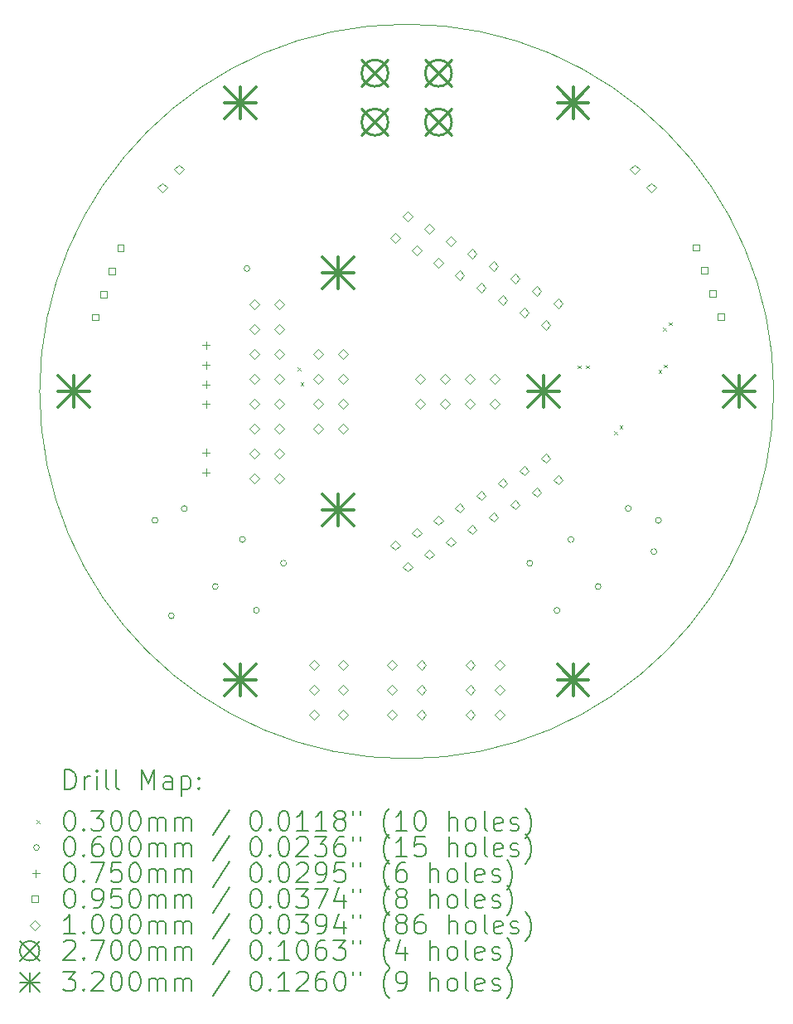
<source format=gbr>
%TF.GenerationSoftware,KiCad,Pcbnew,8.0.1-rc1*%
%TF.CreationDate,2024-04-17T22:05:41-07:00*%
%TF.ProjectId,Toolhead Board Breakout,546f6f6c-6865-4616-9420-426f61726420,rev?*%
%TF.SameCoordinates,Original*%
%TF.FileFunction,Drillmap*%
%TF.FilePolarity,Positive*%
%FSLAX45Y45*%
G04 Gerber Fmt 4.5, Leading zero omitted, Abs format (unit mm)*
G04 Created by KiCad (PCBNEW 8.0.1-rc1) date 2024-04-17 22:05:41*
%MOMM*%
%LPD*%
G01*
G04 APERTURE LIST*
%ADD10C,0.050000*%
%ADD11C,0.200000*%
%ADD12C,0.100000*%
%ADD13C,0.270000*%
%ADD14C,0.320000*%
G04 APERTURE END LIST*
D10*
X11250000Y-7500000D02*
G75*
G02*
X3750000Y-7500000I-3750000J0D01*
G01*
X3750000Y-7500000D02*
G75*
G02*
X11250000Y-7500000I3750000J0D01*
G01*
D11*
D12*
X6385000Y-7254000D02*
X6415000Y-7284000D01*
X6415000Y-7254000D02*
X6385000Y-7284000D01*
X6414168Y-7409832D02*
X6444168Y-7439832D01*
X6444168Y-7409832D02*
X6414168Y-7439832D01*
X9248421Y-7235579D02*
X9278421Y-7265579D01*
X9278421Y-7235579D02*
X9248421Y-7265579D01*
X9331000Y-7235000D02*
X9361000Y-7265000D01*
X9361000Y-7235000D02*
X9331000Y-7265000D01*
X9620461Y-7906302D02*
X9650461Y-7936302D01*
X9650461Y-7906302D02*
X9620461Y-7936302D01*
X9677030Y-7849734D02*
X9707030Y-7879734D01*
X9707030Y-7849734D02*
X9677030Y-7879734D01*
X10072761Y-7280761D02*
X10102761Y-7310761D01*
X10102761Y-7280761D02*
X10072761Y-7310761D01*
X10121842Y-6849842D02*
X10151842Y-6879842D01*
X10151842Y-6849842D02*
X10121842Y-6879842D01*
X10129330Y-7224193D02*
X10159330Y-7254193D01*
X10159330Y-7224193D02*
X10129330Y-7254193D01*
X10178411Y-6793274D02*
X10208411Y-6823274D01*
X10208411Y-6793274D02*
X10178411Y-6823274D01*
X4957640Y-8815850D02*
G75*
G02*
X4897640Y-8815850I-30000J0D01*
G01*
X4897640Y-8815850D02*
G75*
G02*
X4957640Y-8815850I30000J0D01*
G01*
X5125365Y-9790115D02*
G75*
G02*
X5065365Y-9790115I-30000J0D01*
G01*
X5065365Y-9790115D02*
G75*
G02*
X5125365Y-9790115I30000J0D01*
G01*
X5257845Y-8695879D02*
G75*
G02*
X5197845Y-8695879I-30000J0D01*
G01*
X5197845Y-8695879D02*
G75*
G02*
X5257845Y-8695879I30000J0D01*
G01*
X5574497Y-9492422D02*
G75*
G02*
X5514497Y-9492422I-30000J0D01*
G01*
X5514497Y-9492422D02*
G75*
G02*
X5574497Y-9492422I30000J0D01*
G01*
X5851997Y-9011778D02*
G75*
G02*
X5791997Y-9011778I-30000J0D01*
G01*
X5791997Y-9011778D02*
G75*
G02*
X5851997Y-9011778I30000J0D01*
G01*
X5897585Y-6245585D02*
G75*
G02*
X5837585Y-6245585I-30000J0D01*
G01*
X5837585Y-6245585D02*
G75*
G02*
X5897585Y-6245585I30000J0D01*
G01*
X5994519Y-9734922D02*
G75*
G02*
X5934519Y-9734922I-30000J0D01*
G01*
X5934519Y-9734922D02*
G75*
G02*
X5994519Y-9734922I30000J0D01*
G01*
X6272019Y-9254278D02*
G75*
G02*
X6212019Y-9254278I-30000J0D01*
G01*
X6212019Y-9254278D02*
G75*
G02*
X6272019Y-9254278I30000J0D01*
G01*
X8787981Y-9254278D02*
G75*
G02*
X8727981Y-9254278I-30000J0D01*
G01*
X8727981Y-9254278D02*
G75*
G02*
X8787981Y-9254278I30000J0D01*
G01*
X9065481Y-9734922D02*
G75*
G02*
X9005481Y-9734922I-30000J0D01*
G01*
X9005481Y-9734922D02*
G75*
G02*
X9065481Y-9734922I30000J0D01*
G01*
X9208003Y-9011778D02*
G75*
G02*
X9148003Y-9011778I-30000J0D01*
G01*
X9148003Y-9011778D02*
G75*
G02*
X9208003Y-9011778I30000J0D01*
G01*
X9485503Y-9492422D02*
G75*
G02*
X9425503Y-9492422I-30000J0D01*
G01*
X9425503Y-9492422D02*
G75*
G02*
X9485503Y-9492422I30000J0D01*
G01*
X9794000Y-8695000D02*
G75*
G02*
X9734000Y-8695000I-30000J0D01*
G01*
X9734000Y-8695000D02*
G75*
G02*
X9794000Y-8695000I30000J0D01*
G01*
X10056155Y-9135820D02*
G75*
G02*
X9996155Y-9135820I-30000J0D01*
G01*
X9996155Y-9135820D02*
G75*
G02*
X10056155Y-9135820I30000J0D01*
G01*
X10102360Y-8815850D02*
G75*
G02*
X10042360Y-8815850I-30000J0D01*
G01*
X10042360Y-8815850D02*
G75*
G02*
X10102360Y-8815850I30000J0D01*
G01*
X5450000Y-6991500D02*
X5450000Y-7066500D01*
X5412500Y-7029000D02*
X5487500Y-7029000D01*
X5450000Y-7191500D02*
X5450000Y-7266500D01*
X5412500Y-7229000D02*
X5487500Y-7229000D01*
X5450000Y-7391500D02*
X5450000Y-7466500D01*
X5412500Y-7429000D02*
X5487500Y-7429000D01*
X5450000Y-7591500D02*
X5450000Y-7666500D01*
X5412500Y-7629000D02*
X5487500Y-7629000D01*
X5450000Y-8087500D02*
X5450000Y-8162500D01*
X5412500Y-8125000D02*
X5487500Y-8125000D01*
X5450000Y-8287500D02*
X5450000Y-8362500D01*
X5412500Y-8325000D02*
X5487500Y-8325000D01*
X4353679Y-6775262D02*
X4353679Y-6708086D01*
X4286503Y-6708086D01*
X4286503Y-6775262D01*
X4353679Y-6775262D01*
X4439184Y-6540339D02*
X4439184Y-6473163D01*
X4372008Y-6473163D01*
X4372008Y-6540339D01*
X4439184Y-6540339D01*
X4524689Y-6305416D02*
X4524689Y-6238240D01*
X4457513Y-6238240D01*
X4457513Y-6305416D01*
X4524689Y-6305416D01*
X4610194Y-6070493D02*
X4610194Y-6003317D01*
X4543018Y-6003317D01*
X4543018Y-6070493D01*
X4610194Y-6070493D01*
X10488083Y-6063665D02*
X10488083Y-5996489D01*
X10420907Y-5996489D01*
X10420907Y-6063665D01*
X10488083Y-6063665D01*
X10573588Y-6298588D02*
X10573588Y-6231412D01*
X10506412Y-6231412D01*
X10506412Y-6298588D01*
X10573588Y-6298588D01*
X10659093Y-6533511D02*
X10659093Y-6466335D01*
X10591917Y-6466335D01*
X10591917Y-6533511D01*
X10659093Y-6533511D01*
X10744598Y-6768434D02*
X10744598Y-6701258D01*
X10677422Y-6701258D01*
X10677422Y-6768434D01*
X10744598Y-6768434D01*
X5002996Y-5469892D02*
X5052996Y-5419892D01*
X5002996Y-5369892D01*
X4952996Y-5419892D01*
X5002996Y-5469892D01*
X5170279Y-5284105D02*
X5220279Y-5234105D01*
X5170279Y-5184105D01*
X5120279Y-5234105D01*
X5170279Y-5284105D01*
X5946000Y-6661000D02*
X5996000Y-6611000D01*
X5946000Y-6561000D01*
X5896000Y-6611000D01*
X5946000Y-6661000D01*
X5946000Y-6915000D02*
X5996000Y-6865000D01*
X5946000Y-6815000D01*
X5896000Y-6865000D01*
X5946000Y-6915000D01*
X5946000Y-7169000D02*
X5996000Y-7119000D01*
X5946000Y-7069000D01*
X5896000Y-7119000D01*
X5946000Y-7169000D01*
X5946000Y-7423000D02*
X5996000Y-7373000D01*
X5946000Y-7323000D01*
X5896000Y-7373000D01*
X5946000Y-7423000D01*
X5946000Y-7677000D02*
X5996000Y-7627000D01*
X5946000Y-7577000D01*
X5896000Y-7627000D01*
X5946000Y-7677000D01*
X5946000Y-7931000D02*
X5996000Y-7881000D01*
X5946000Y-7831000D01*
X5896000Y-7881000D01*
X5946000Y-7931000D01*
X5946000Y-8185000D02*
X5996000Y-8135000D01*
X5946000Y-8085000D01*
X5896000Y-8135000D01*
X5946000Y-8185000D01*
X5946000Y-8439000D02*
X5996000Y-8389000D01*
X5946000Y-8339000D01*
X5896000Y-8389000D01*
X5946000Y-8439000D01*
X6200000Y-6661000D02*
X6250000Y-6611000D01*
X6200000Y-6561000D01*
X6150000Y-6611000D01*
X6200000Y-6661000D01*
X6200000Y-6915000D02*
X6250000Y-6865000D01*
X6200000Y-6815000D01*
X6150000Y-6865000D01*
X6200000Y-6915000D01*
X6200000Y-7169000D02*
X6250000Y-7119000D01*
X6200000Y-7069000D01*
X6150000Y-7119000D01*
X6200000Y-7169000D01*
X6200000Y-7423000D02*
X6250000Y-7373000D01*
X6200000Y-7323000D01*
X6150000Y-7373000D01*
X6200000Y-7423000D01*
X6200000Y-7677000D02*
X6250000Y-7627000D01*
X6200000Y-7577000D01*
X6150000Y-7627000D01*
X6200000Y-7677000D01*
X6200000Y-7931000D02*
X6250000Y-7881000D01*
X6200000Y-7831000D01*
X6150000Y-7881000D01*
X6200000Y-7931000D01*
X6200000Y-8185000D02*
X6250000Y-8135000D01*
X6200000Y-8085000D01*
X6150000Y-8135000D01*
X6200000Y-8185000D01*
X6200000Y-8439000D02*
X6250000Y-8389000D01*
X6200000Y-8339000D01*
X6150000Y-8389000D01*
X6200000Y-8439000D01*
X6550000Y-10345000D02*
X6600000Y-10295000D01*
X6550000Y-10245000D01*
X6500000Y-10295000D01*
X6550000Y-10345000D01*
X6550000Y-10599000D02*
X6600000Y-10549000D01*
X6550000Y-10499000D01*
X6500000Y-10549000D01*
X6550000Y-10599000D01*
X6550000Y-10853000D02*
X6600000Y-10803000D01*
X6550000Y-10753000D01*
X6500000Y-10803000D01*
X6550000Y-10853000D01*
X6596000Y-7169000D02*
X6646000Y-7119000D01*
X6596000Y-7069000D01*
X6546000Y-7119000D01*
X6596000Y-7169000D01*
X6596000Y-7423000D02*
X6646000Y-7373000D01*
X6596000Y-7323000D01*
X6546000Y-7373000D01*
X6596000Y-7423000D01*
X6596000Y-7677000D02*
X6646000Y-7627000D01*
X6596000Y-7577000D01*
X6546000Y-7627000D01*
X6596000Y-7677000D01*
X6596000Y-7931000D02*
X6646000Y-7881000D01*
X6596000Y-7831000D01*
X6546000Y-7881000D01*
X6596000Y-7931000D01*
X6850000Y-7169000D02*
X6900000Y-7119000D01*
X6850000Y-7069000D01*
X6800000Y-7119000D01*
X6850000Y-7169000D01*
X6850000Y-7423000D02*
X6900000Y-7373000D01*
X6850000Y-7323000D01*
X6800000Y-7373000D01*
X6850000Y-7423000D01*
X6850000Y-7677000D02*
X6900000Y-7627000D01*
X6850000Y-7577000D01*
X6800000Y-7627000D01*
X6850000Y-7677000D01*
X6850000Y-7931000D02*
X6900000Y-7881000D01*
X6850000Y-7831000D01*
X6800000Y-7881000D01*
X6850000Y-7931000D01*
X6850000Y-10345000D02*
X6900000Y-10295000D01*
X6850000Y-10245000D01*
X6800000Y-10295000D01*
X6850000Y-10345000D01*
X6850000Y-10599000D02*
X6900000Y-10549000D01*
X6850000Y-10499000D01*
X6800000Y-10549000D01*
X6850000Y-10599000D01*
X6850000Y-10853000D02*
X6900000Y-10803000D01*
X6850000Y-10753000D01*
X6800000Y-10803000D01*
X6850000Y-10853000D01*
X7350000Y-10345000D02*
X7400000Y-10295000D01*
X7350000Y-10245000D01*
X7300000Y-10295000D01*
X7350000Y-10345000D01*
X7350000Y-10599000D02*
X7400000Y-10549000D01*
X7350000Y-10499000D01*
X7300000Y-10549000D01*
X7350000Y-10599000D01*
X7350000Y-10853000D02*
X7400000Y-10803000D01*
X7350000Y-10753000D01*
X7300000Y-10803000D01*
X7350000Y-10853000D01*
X7380103Y-5979667D02*
X7430103Y-5929667D01*
X7380103Y-5879667D01*
X7330103Y-5929667D01*
X7380103Y-5979667D01*
X7380103Y-9120333D02*
X7430103Y-9070333D01*
X7380103Y-9020333D01*
X7330103Y-9070333D01*
X7380103Y-9120333D01*
X7507103Y-5759696D02*
X7557103Y-5709696D01*
X7507103Y-5659696D01*
X7457103Y-5709696D01*
X7507103Y-5759696D01*
X7507103Y-9340304D02*
X7557103Y-9290304D01*
X7507103Y-9240304D01*
X7457103Y-9290304D01*
X7507103Y-9340304D01*
X7600074Y-6106667D02*
X7650074Y-6056667D01*
X7600074Y-6006667D01*
X7550074Y-6056667D01*
X7600074Y-6106667D01*
X7600074Y-8993333D02*
X7650074Y-8943333D01*
X7600074Y-8893333D01*
X7550074Y-8943333D01*
X7600074Y-8993333D01*
X7638000Y-7423000D02*
X7688000Y-7373000D01*
X7638000Y-7323000D01*
X7588000Y-7373000D01*
X7638000Y-7423000D01*
X7638000Y-7677000D02*
X7688000Y-7627000D01*
X7638000Y-7577000D01*
X7588000Y-7627000D01*
X7638000Y-7677000D01*
X7650000Y-10345000D02*
X7700000Y-10295000D01*
X7650000Y-10245000D01*
X7600000Y-10295000D01*
X7650000Y-10345000D01*
X7650000Y-10599000D02*
X7700000Y-10549000D01*
X7650000Y-10499000D01*
X7600000Y-10549000D01*
X7650000Y-10599000D01*
X7650000Y-10853000D02*
X7700000Y-10803000D01*
X7650000Y-10753000D01*
X7600000Y-10803000D01*
X7650000Y-10853000D01*
X7727074Y-5886696D02*
X7777074Y-5836696D01*
X7727074Y-5786696D01*
X7677074Y-5836696D01*
X7727074Y-5886696D01*
X7727074Y-9213304D02*
X7777074Y-9163304D01*
X7727074Y-9113304D01*
X7677074Y-9163304D01*
X7727074Y-9213304D01*
X7820044Y-6233667D02*
X7870044Y-6183667D01*
X7820044Y-6133667D01*
X7770044Y-6183667D01*
X7820044Y-6233667D01*
X7820044Y-8866333D02*
X7870044Y-8816333D01*
X7820044Y-8766333D01*
X7770044Y-8816333D01*
X7820044Y-8866333D01*
X7892000Y-7423000D02*
X7942000Y-7373000D01*
X7892000Y-7323000D01*
X7842000Y-7373000D01*
X7892000Y-7423000D01*
X7892000Y-7677000D02*
X7942000Y-7627000D01*
X7892000Y-7577000D01*
X7842000Y-7627000D01*
X7892000Y-7677000D01*
X7947044Y-6013696D02*
X7997044Y-5963696D01*
X7947044Y-5913696D01*
X7897044Y-5963696D01*
X7947044Y-6013696D01*
X7947044Y-9086304D02*
X7997044Y-9036304D01*
X7947044Y-8986304D01*
X7897044Y-9036304D01*
X7947044Y-9086304D01*
X8040015Y-6360667D02*
X8090015Y-6310667D01*
X8040015Y-6260667D01*
X7990015Y-6310667D01*
X8040015Y-6360667D01*
X8040015Y-8739333D02*
X8090015Y-8689333D01*
X8040015Y-8639333D01*
X7990015Y-8689333D01*
X8040015Y-8739333D01*
X8146000Y-7423000D02*
X8196000Y-7373000D01*
X8146000Y-7323000D01*
X8096000Y-7373000D01*
X8146000Y-7423000D01*
X8146000Y-7677000D02*
X8196000Y-7627000D01*
X8146000Y-7577000D01*
X8096000Y-7627000D01*
X8146000Y-7677000D01*
X8150000Y-10345000D02*
X8200000Y-10295000D01*
X8150000Y-10245000D01*
X8100000Y-10295000D01*
X8150000Y-10345000D01*
X8150000Y-10599000D02*
X8200000Y-10549000D01*
X8150000Y-10499000D01*
X8100000Y-10549000D01*
X8150000Y-10599000D01*
X8150000Y-10853000D02*
X8200000Y-10803000D01*
X8150000Y-10753000D01*
X8100000Y-10803000D01*
X8150000Y-10853000D01*
X8167015Y-6140696D02*
X8217015Y-6090696D01*
X8167015Y-6040696D01*
X8117015Y-6090696D01*
X8167015Y-6140696D01*
X8167015Y-8959304D02*
X8217015Y-8909304D01*
X8167015Y-8859304D01*
X8117015Y-8909304D01*
X8167015Y-8959304D01*
X8259985Y-6487667D02*
X8309985Y-6437667D01*
X8259985Y-6387667D01*
X8209985Y-6437667D01*
X8259985Y-6487667D01*
X8259985Y-8612333D02*
X8309985Y-8562333D01*
X8259985Y-8512333D01*
X8209985Y-8562333D01*
X8259985Y-8612333D01*
X8386985Y-6267696D02*
X8436985Y-6217696D01*
X8386985Y-6167696D01*
X8336985Y-6217696D01*
X8386985Y-6267696D01*
X8386985Y-8832304D02*
X8436985Y-8782304D01*
X8386985Y-8732304D01*
X8336985Y-8782304D01*
X8386985Y-8832304D01*
X8400000Y-7423000D02*
X8450000Y-7373000D01*
X8400000Y-7323000D01*
X8350000Y-7373000D01*
X8400000Y-7423000D01*
X8400000Y-7677000D02*
X8450000Y-7627000D01*
X8400000Y-7577000D01*
X8350000Y-7627000D01*
X8400000Y-7677000D01*
X8450000Y-10345000D02*
X8500000Y-10295000D01*
X8450000Y-10245000D01*
X8400000Y-10295000D01*
X8450000Y-10345000D01*
X8450000Y-10599000D02*
X8500000Y-10549000D01*
X8450000Y-10499000D01*
X8400000Y-10549000D01*
X8450000Y-10599000D01*
X8450000Y-10853000D02*
X8500000Y-10803000D01*
X8450000Y-10753000D01*
X8400000Y-10803000D01*
X8450000Y-10853000D01*
X8479956Y-6614667D02*
X8529956Y-6564667D01*
X8479956Y-6514667D01*
X8429956Y-6564667D01*
X8479956Y-6614667D01*
X8479956Y-8485333D02*
X8529956Y-8435333D01*
X8479956Y-8385333D01*
X8429956Y-8435333D01*
X8479956Y-8485333D01*
X8606956Y-6394696D02*
X8656956Y-6344696D01*
X8606956Y-6294696D01*
X8556956Y-6344696D01*
X8606956Y-6394696D01*
X8606956Y-8705304D02*
X8656956Y-8655304D01*
X8606956Y-8605304D01*
X8556956Y-8655304D01*
X8606956Y-8705304D01*
X8699926Y-6741667D02*
X8749926Y-6691667D01*
X8699926Y-6641667D01*
X8649926Y-6691667D01*
X8699926Y-6741667D01*
X8699926Y-8358333D02*
X8749926Y-8308333D01*
X8699926Y-8258333D01*
X8649926Y-8308333D01*
X8699926Y-8358333D01*
X8826926Y-6521696D02*
X8876926Y-6471696D01*
X8826926Y-6421696D01*
X8776926Y-6471696D01*
X8826926Y-6521696D01*
X8826926Y-8578304D02*
X8876926Y-8528304D01*
X8826926Y-8478304D01*
X8776926Y-8528304D01*
X8826926Y-8578304D01*
X8919897Y-6868667D02*
X8969897Y-6818667D01*
X8919897Y-6768667D01*
X8869897Y-6818667D01*
X8919897Y-6868667D01*
X8919897Y-8231333D02*
X8969897Y-8181333D01*
X8919897Y-8131333D01*
X8869897Y-8181333D01*
X8919897Y-8231333D01*
X9046897Y-6648696D02*
X9096897Y-6598696D01*
X9046897Y-6548696D01*
X8996897Y-6598696D01*
X9046897Y-6648696D01*
X9046897Y-8451304D02*
X9096897Y-8401304D01*
X9046897Y-8351303D01*
X8996897Y-8401304D01*
X9046897Y-8451304D01*
X9829722Y-5284105D02*
X9879722Y-5234105D01*
X9829722Y-5184105D01*
X9779722Y-5234105D01*
X9829722Y-5284105D01*
X9997004Y-5469892D02*
X10047004Y-5419892D01*
X9997004Y-5369892D01*
X9947004Y-5419892D01*
X9997004Y-5469892D01*
D13*
X7040000Y-4115000D02*
X7310000Y-4385000D01*
X7310000Y-4115000D02*
X7040000Y-4385000D01*
X7310000Y-4250000D02*
G75*
G02*
X7040000Y-4250000I-135000J0D01*
G01*
X7040000Y-4250000D02*
G75*
G02*
X7310000Y-4250000I135000J0D01*
G01*
X7040000Y-4615000D02*
X7310000Y-4885000D01*
X7310000Y-4615000D02*
X7040000Y-4885000D01*
X7310000Y-4750000D02*
G75*
G02*
X7040000Y-4750000I-135000J0D01*
G01*
X7040000Y-4750000D02*
G75*
G02*
X7310000Y-4750000I135000J0D01*
G01*
X7690000Y-4115000D02*
X7960000Y-4385000D01*
X7960000Y-4115000D02*
X7690000Y-4385000D01*
X7960000Y-4250000D02*
G75*
G02*
X7690000Y-4250000I-135000J0D01*
G01*
X7690000Y-4250000D02*
G75*
G02*
X7960000Y-4250000I135000J0D01*
G01*
X7690000Y-4615000D02*
X7960000Y-4885000D01*
X7960000Y-4615000D02*
X7690000Y-4885000D01*
X7960000Y-4750000D02*
G75*
G02*
X7690000Y-4750000I-135000J0D01*
G01*
X7690000Y-4750000D02*
G75*
G02*
X7960000Y-4750000I135000J0D01*
G01*
D14*
X3940000Y-7340000D02*
X4260000Y-7660000D01*
X4260000Y-7340000D02*
X3940000Y-7660000D01*
X4100000Y-7340000D02*
X4100000Y-7660000D01*
X3940000Y-7500000D02*
X4260000Y-7500000D01*
X5640000Y-4395514D02*
X5960000Y-4715514D01*
X5960000Y-4395514D02*
X5640000Y-4715514D01*
X5800000Y-4395514D02*
X5800000Y-4715514D01*
X5640000Y-4555514D02*
X5960000Y-4555514D01*
X5640000Y-10284486D02*
X5960000Y-10604486D01*
X5960000Y-10284486D02*
X5640000Y-10604486D01*
X5800000Y-10284486D02*
X5800000Y-10604486D01*
X5640000Y-10444486D02*
X5960000Y-10444486D01*
X6640000Y-6127564D02*
X6960000Y-6447564D01*
X6960000Y-6127564D02*
X6640000Y-6447564D01*
X6800000Y-6127564D02*
X6800000Y-6447564D01*
X6640000Y-6287564D02*
X6960000Y-6287564D01*
X6640000Y-8552436D02*
X6960000Y-8872436D01*
X6960000Y-8552436D02*
X6640000Y-8872436D01*
X6800000Y-8552436D02*
X6800000Y-8872436D01*
X6640000Y-8712436D02*
X6960000Y-8712436D01*
X8740000Y-7340000D02*
X9060000Y-7660000D01*
X9060000Y-7340000D02*
X8740000Y-7660000D01*
X8900000Y-7340000D02*
X8900000Y-7660000D01*
X8740000Y-7500000D02*
X9060000Y-7500000D01*
X9040000Y-4395514D02*
X9360000Y-4715514D01*
X9360000Y-4395514D02*
X9040000Y-4715514D01*
X9200000Y-4395514D02*
X9200000Y-4715514D01*
X9040000Y-4555514D02*
X9360000Y-4555514D01*
X9040000Y-10284486D02*
X9360000Y-10604486D01*
X9360000Y-10284486D02*
X9040000Y-10604486D01*
X9200000Y-10284486D02*
X9200000Y-10604486D01*
X9040000Y-10444486D02*
X9360000Y-10444486D01*
X10740000Y-7340000D02*
X11060000Y-7660000D01*
X11060000Y-7340000D02*
X10740000Y-7660000D01*
X10900000Y-7340000D02*
X10900000Y-7660000D01*
X10740000Y-7500000D02*
X11060000Y-7500000D01*
D11*
X4008277Y-11563984D02*
X4008277Y-11363984D01*
X4008277Y-11363984D02*
X4055896Y-11363984D01*
X4055896Y-11363984D02*
X4084467Y-11373508D01*
X4084467Y-11373508D02*
X4103515Y-11392555D01*
X4103515Y-11392555D02*
X4113039Y-11411603D01*
X4113039Y-11411603D02*
X4122562Y-11449698D01*
X4122562Y-11449698D02*
X4122562Y-11478269D01*
X4122562Y-11478269D02*
X4113039Y-11516365D01*
X4113039Y-11516365D02*
X4103515Y-11535412D01*
X4103515Y-11535412D02*
X4084467Y-11554460D01*
X4084467Y-11554460D02*
X4055896Y-11563984D01*
X4055896Y-11563984D02*
X4008277Y-11563984D01*
X4208277Y-11563984D02*
X4208277Y-11430650D01*
X4208277Y-11468746D02*
X4217801Y-11449698D01*
X4217801Y-11449698D02*
X4227324Y-11440174D01*
X4227324Y-11440174D02*
X4246372Y-11430650D01*
X4246372Y-11430650D02*
X4265420Y-11430650D01*
X4332086Y-11563984D02*
X4332086Y-11430650D01*
X4332086Y-11363984D02*
X4322563Y-11373508D01*
X4322563Y-11373508D02*
X4332086Y-11383031D01*
X4332086Y-11383031D02*
X4341610Y-11373508D01*
X4341610Y-11373508D02*
X4332086Y-11363984D01*
X4332086Y-11363984D02*
X4332086Y-11383031D01*
X4455896Y-11563984D02*
X4436848Y-11554460D01*
X4436848Y-11554460D02*
X4427324Y-11535412D01*
X4427324Y-11535412D02*
X4427324Y-11363984D01*
X4560658Y-11563984D02*
X4541610Y-11554460D01*
X4541610Y-11554460D02*
X4532086Y-11535412D01*
X4532086Y-11535412D02*
X4532086Y-11363984D01*
X4789229Y-11563984D02*
X4789229Y-11363984D01*
X4789229Y-11363984D02*
X4855896Y-11506841D01*
X4855896Y-11506841D02*
X4922563Y-11363984D01*
X4922563Y-11363984D02*
X4922563Y-11563984D01*
X5103515Y-11563984D02*
X5103515Y-11459222D01*
X5103515Y-11459222D02*
X5093991Y-11440174D01*
X5093991Y-11440174D02*
X5074944Y-11430650D01*
X5074944Y-11430650D02*
X5036848Y-11430650D01*
X5036848Y-11430650D02*
X5017801Y-11440174D01*
X5103515Y-11554460D02*
X5084467Y-11563984D01*
X5084467Y-11563984D02*
X5036848Y-11563984D01*
X5036848Y-11563984D02*
X5017801Y-11554460D01*
X5017801Y-11554460D02*
X5008277Y-11535412D01*
X5008277Y-11535412D02*
X5008277Y-11516365D01*
X5008277Y-11516365D02*
X5017801Y-11497317D01*
X5017801Y-11497317D02*
X5036848Y-11487793D01*
X5036848Y-11487793D02*
X5084467Y-11487793D01*
X5084467Y-11487793D02*
X5103515Y-11478269D01*
X5198753Y-11430650D02*
X5198753Y-11630650D01*
X5198753Y-11440174D02*
X5217801Y-11430650D01*
X5217801Y-11430650D02*
X5255896Y-11430650D01*
X5255896Y-11430650D02*
X5274944Y-11440174D01*
X5274944Y-11440174D02*
X5284467Y-11449698D01*
X5284467Y-11449698D02*
X5293991Y-11468746D01*
X5293991Y-11468746D02*
X5293991Y-11525888D01*
X5293991Y-11525888D02*
X5284467Y-11544936D01*
X5284467Y-11544936D02*
X5274944Y-11554460D01*
X5274944Y-11554460D02*
X5255896Y-11563984D01*
X5255896Y-11563984D02*
X5217801Y-11563984D01*
X5217801Y-11563984D02*
X5198753Y-11554460D01*
X5379705Y-11544936D02*
X5389229Y-11554460D01*
X5389229Y-11554460D02*
X5379705Y-11563984D01*
X5379705Y-11563984D02*
X5370182Y-11554460D01*
X5370182Y-11554460D02*
X5379705Y-11544936D01*
X5379705Y-11544936D02*
X5379705Y-11563984D01*
X5379705Y-11440174D02*
X5389229Y-11449698D01*
X5389229Y-11449698D02*
X5379705Y-11459222D01*
X5379705Y-11459222D02*
X5370182Y-11449698D01*
X5370182Y-11449698D02*
X5379705Y-11440174D01*
X5379705Y-11440174D02*
X5379705Y-11459222D01*
D12*
X3717500Y-11877500D02*
X3747500Y-11907500D01*
X3747500Y-11877500D02*
X3717500Y-11907500D01*
D11*
X4046372Y-11783984D02*
X4065420Y-11783984D01*
X4065420Y-11783984D02*
X4084467Y-11793508D01*
X4084467Y-11793508D02*
X4093991Y-11803031D01*
X4093991Y-11803031D02*
X4103515Y-11822079D01*
X4103515Y-11822079D02*
X4113039Y-11860174D01*
X4113039Y-11860174D02*
X4113039Y-11907793D01*
X4113039Y-11907793D02*
X4103515Y-11945888D01*
X4103515Y-11945888D02*
X4093991Y-11964936D01*
X4093991Y-11964936D02*
X4084467Y-11974460D01*
X4084467Y-11974460D02*
X4065420Y-11983984D01*
X4065420Y-11983984D02*
X4046372Y-11983984D01*
X4046372Y-11983984D02*
X4027324Y-11974460D01*
X4027324Y-11974460D02*
X4017801Y-11964936D01*
X4017801Y-11964936D02*
X4008277Y-11945888D01*
X4008277Y-11945888D02*
X3998753Y-11907793D01*
X3998753Y-11907793D02*
X3998753Y-11860174D01*
X3998753Y-11860174D02*
X4008277Y-11822079D01*
X4008277Y-11822079D02*
X4017801Y-11803031D01*
X4017801Y-11803031D02*
X4027324Y-11793508D01*
X4027324Y-11793508D02*
X4046372Y-11783984D01*
X4198753Y-11964936D02*
X4208277Y-11974460D01*
X4208277Y-11974460D02*
X4198753Y-11983984D01*
X4198753Y-11983984D02*
X4189229Y-11974460D01*
X4189229Y-11974460D02*
X4198753Y-11964936D01*
X4198753Y-11964936D02*
X4198753Y-11983984D01*
X4274944Y-11783984D02*
X4398753Y-11783984D01*
X4398753Y-11783984D02*
X4332086Y-11860174D01*
X4332086Y-11860174D02*
X4360658Y-11860174D01*
X4360658Y-11860174D02*
X4379705Y-11869698D01*
X4379705Y-11869698D02*
X4389229Y-11879222D01*
X4389229Y-11879222D02*
X4398753Y-11898269D01*
X4398753Y-11898269D02*
X4398753Y-11945888D01*
X4398753Y-11945888D02*
X4389229Y-11964936D01*
X4389229Y-11964936D02*
X4379705Y-11974460D01*
X4379705Y-11974460D02*
X4360658Y-11983984D01*
X4360658Y-11983984D02*
X4303515Y-11983984D01*
X4303515Y-11983984D02*
X4284467Y-11974460D01*
X4284467Y-11974460D02*
X4274944Y-11964936D01*
X4522563Y-11783984D02*
X4541610Y-11783984D01*
X4541610Y-11783984D02*
X4560658Y-11793508D01*
X4560658Y-11793508D02*
X4570182Y-11803031D01*
X4570182Y-11803031D02*
X4579705Y-11822079D01*
X4579705Y-11822079D02*
X4589229Y-11860174D01*
X4589229Y-11860174D02*
X4589229Y-11907793D01*
X4589229Y-11907793D02*
X4579705Y-11945888D01*
X4579705Y-11945888D02*
X4570182Y-11964936D01*
X4570182Y-11964936D02*
X4560658Y-11974460D01*
X4560658Y-11974460D02*
X4541610Y-11983984D01*
X4541610Y-11983984D02*
X4522563Y-11983984D01*
X4522563Y-11983984D02*
X4503515Y-11974460D01*
X4503515Y-11974460D02*
X4493991Y-11964936D01*
X4493991Y-11964936D02*
X4484467Y-11945888D01*
X4484467Y-11945888D02*
X4474944Y-11907793D01*
X4474944Y-11907793D02*
X4474944Y-11860174D01*
X4474944Y-11860174D02*
X4484467Y-11822079D01*
X4484467Y-11822079D02*
X4493991Y-11803031D01*
X4493991Y-11803031D02*
X4503515Y-11793508D01*
X4503515Y-11793508D02*
X4522563Y-11783984D01*
X4713039Y-11783984D02*
X4732086Y-11783984D01*
X4732086Y-11783984D02*
X4751134Y-11793508D01*
X4751134Y-11793508D02*
X4760658Y-11803031D01*
X4760658Y-11803031D02*
X4770182Y-11822079D01*
X4770182Y-11822079D02*
X4779705Y-11860174D01*
X4779705Y-11860174D02*
X4779705Y-11907793D01*
X4779705Y-11907793D02*
X4770182Y-11945888D01*
X4770182Y-11945888D02*
X4760658Y-11964936D01*
X4760658Y-11964936D02*
X4751134Y-11974460D01*
X4751134Y-11974460D02*
X4732086Y-11983984D01*
X4732086Y-11983984D02*
X4713039Y-11983984D01*
X4713039Y-11983984D02*
X4693991Y-11974460D01*
X4693991Y-11974460D02*
X4684467Y-11964936D01*
X4684467Y-11964936D02*
X4674944Y-11945888D01*
X4674944Y-11945888D02*
X4665420Y-11907793D01*
X4665420Y-11907793D02*
X4665420Y-11860174D01*
X4665420Y-11860174D02*
X4674944Y-11822079D01*
X4674944Y-11822079D02*
X4684467Y-11803031D01*
X4684467Y-11803031D02*
X4693991Y-11793508D01*
X4693991Y-11793508D02*
X4713039Y-11783984D01*
X4865420Y-11983984D02*
X4865420Y-11850650D01*
X4865420Y-11869698D02*
X4874944Y-11860174D01*
X4874944Y-11860174D02*
X4893991Y-11850650D01*
X4893991Y-11850650D02*
X4922563Y-11850650D01*
X4922563Y-11850650D02*
X4941610Y-11860174D01*
X4941610Y-11860174D02*
X4951134Y-11879222D01*
X4951134Y-11879222D02*
X4951134Y-11983984D01*
X4951134Y-11879222D02*
X4960658Y-11860174D01*
X4960658Y-11860174D02*
X4979705Y-11850650D01*
X4979705Y-11850650D02*
X5008277Y-11850650D01*
X5008277Y-11850650D02*
X5027325Y-11860174D01*
X5027325Y-11860174D02*
X5036848Y-11879222D01*
X5036848Y-11879222D02*
X5036848Y-11983984D01*
X5132086Y-11983984D02*
X5132086Y-11850650D01*
X5132086Y-11869698D02*
X5141610Y-11860174D01*
X5141610Y-11860174D02*
X5160658Y-11850650D01*
X5160658Y-11850650D02*
X5189229Y-11850650D01*
X5189229Y-11850650D02*
X5208277Y-11860174D01*
X5208277Y-11860174D02*
X5217801Y-11879222D01*
X5217801Y-11879222D02*
X5217801Y-11983984D01*
X5217801Y-11879222D02*
X5227325Y-11860174D01*
X5227325Y-11860174D02*
X5246372Y-11850650D01*
X5246372Y-11850650D02*
X5274944Y-11850650D01*
X5274944Y-11850650D02*
X5293991Y-11860174D01*
X5293991Y-11860174D02*
X5303515Y-11879222D01*
X5303515Y-11879222D02*
X5303515Y-11983984D01*
X5693991Y-11774460D02*
X5522563Y-12031603D01*
X5951134Y-11783984D02*
X5970182Y-11783984D01*
X5970182Y-11783984D02*
X5989229Y-11793508D01*
X5989229Y-11793508D02*
X5998753Y-11803031D01*
X5998753Y-11803031D02*
X6008277Y-11822079D01*
X6008277Y-11822079D02*
X6017801Y-11860174D01*
X6017801Y-11860174D02*
X6017801Y-11907793D01*
X6017801Y-11907793D02*
X6008277Y-11945888D01*
X6008277Y-11945888D02*
X5998753Y-11964936D01*
X5998753Y-11964936D02*
X5989229Y-11974460D01*
X5989229Y-11974460D02*
X5970182Y-11983984D01*
X5970182Y-11983984D02*
X5951134Y-11983984D01*
X5951134Y-11983984D02*
X5932086Y-11974460D01*
X5932086Y-11974460D02*
X5922563Y-11964936D01*
X5922563Y-11964936D02*
X5913039Y-11945888D01*
X5913039Y-11945888D02*
X5903515Y-11907793D01*
X5903515Y-11907793D02*
X5903515Y-11860174D01*
X5903515Y-11860174D02*
X5913039Y-11822079D01*
X5913039Y-11822079D02*
X5922563Y-11803031D01*
X5922563Y-11803031D02*
X5932086Y-11793508D01*
X5932086Y-11793508D02*
X5951134Y-11783984D01*
X6103515Y-11964936D02*
X6113039Y-11974460D01*
X6113039Y-11974460D02*
X6103515Y-11983984D01*
X6103515Y-11983984D02*
X6093991Y-11974460D01*
X6093991Y-11974460D02*
X6103515Y-11964936D01*
X6103515Y-11964936D02*
X6103515Y-11983984D01*
X6236848Y-11783984D02*
X6255896Y-11783984D01*
X6255896Y-11783984D02*
X6274944Y-11793508D01*
X6274944Y-11793508D02*
X6284467Y-11803031D01*
X6284467Y-11803031D02*
X6293991Y-11822079D01*
X6293991Y-11822079D02*
X6303515Y-11860174D01*
X6303515Y-11860174D02*
X6303515Y-11907793D01*
X6303515Y-11907793D02*
X6293991Y-11945888D01*
X6293991Y-11945888D02*
X6284467Y-11964936D01*
X6284467Y-11964936D02*
X6274944Y-11974460D01*
X6274944Y-11974460D02*
X6255896Y-11983984D01*
X6255896Y-11983984D02*
X6236848Y-11983984D01*
X6236848Y-11983984D02*
X6217801Y-11974460D01*
X6217801Y-11974460D02*
X6208277Y-11964936D01*
X6208277Y-11964936D02*
X6198753Y-11945888D01*
X6198753Y-11945888D02*
X6189229Y-11907793D01*
X6189229Y-11907793D02*
X6189229Y-11860174D01*
X6189229Y-11860174D02*
X6198753Y-11822079D01*
X6198753Y-11822079D02*
X6208277Y-11803031D01*
X6208277Y-11803031D02*
X6217801Y-11793508D01*
X6217801Y-11793508D02*
X6236848Y-11783984D01*
X6493991Y-11983984D02*
X6379706Y-11983984D01*
X6436848Y-11983984D02*
X6436848Y-11783984D01*
X6436848Y-11783984D02*
X6417801Y-11812555D01*
X6417801Y-11812555D02*
X6398753Y-11831603D01*
X6398753Y-11831603D02*
X6379706Y-11841127D01*
X6684467Y-11983984D02*
X6570182Y-11983984D01*
X6627325Y-11983984D02*
X6627325Y-11783984D01*
X6627325Y-11783984D02*
X6608277Y-11812555D01*
X6608277Y-11812555D02*
X6589229Y-11831603D01*
X6589229Y-11831603D02*
X6570182Y-11841127D01*
X6798753Y-11869698D02*
X6779706Y-11860174D01*
X6779706Y-11860174D02*
X6770182Y-11850650D01*
X6770182Y-11850650D02*
X6760658Y-11831603D01*
X6760658Y-11831603D02*
X6760658Y-11822079D01*
X6760658Y-11822079D02*
X6770182Y-11803031D01*
X6770182Y-11803031D02*
X6779706Y-11793508D01*
X6779706Y-11793508D02*
X6798753Y-11783984D01*
X6798753Y-11783984D02*
X6836848Y-11783984D01*
X6836848Y-11783984D02*
X6855896Y-11793508D01*
X6855896Y-11793508D02*
X6865420Y-11803031D01*
X6865420Y-11803031D02*
X6874944Y-11822079D01*
X6874944Y-11822079D02*
X6874944Y-11831603D01*
X6874944Y-11831603D02*
X6865420Y-11850650D01*
X6865420Y-11850650D02*
X6855896Y-11860174D01*
X6855896Y-11860174D02*
X6836848Y-11869698D01*
X6836848Y-11869698D02*
X6798753Y-11869698D01*
X6798753Y-11869698D02*
X6779706Y-11879222D01*
X6779706Y-11879222D02*
X6770182Y-11888746D01*
X6770182Y-11888746D02*
X6760658Y-11907793D01*
X6760658Y-11907793D02*
X6760658Y-11945888D01*
X6760658Y-11945888D02*
X6770182Y-11964936D01*
X6770182Y-11964936D02*
X6779706Y-11974460D01*
X6779706Y-11974460D02*
X6798753Y-11983984D01*
X6798753Y-11983984D02*
X6836848Y-11983984D01*
X6836848Y-11983984D02*
X6855896Y-11974460D01*
X6855896Y-11974460D02*
X6865420Y-11964936D01*
X6865420Y-11964936D02*
X6874944Y-11945888D01*
X6874944Y-11945888D02*
X6874944Y-11907793D01*
X6874944Y-11907793D02*
X6865420Y-11888746D01*
X6865420Y-11888746D02*
X6855896Y-11879222D01*
X6855896Y-11879222D02*
X6836848Y-11869698D01*
X6951134Y-11783984D02*
X6951134Y-11822079D01*
X7027325Y-11783984D02*
X7027325Y-11822079D01*
X7322563Y-12060174D02*
X7313039Y-12050650D01*
X7313039Y-12050650D02*
X7293991Y-12022079D01*
X7293991Y-12022079D02*
X7284468Y-12003031D01*
X7284468Y-12003031D02*
X7274944Y-11974460D01*
X7274944Y-11974460D02*
X7265420Y-11926841D01*
X7265420Y-11926841D02*
X7265420Y-11888746D01*
X7265420Y-11888746D02*
X7274944Y-11841127D01*
X7274944Y-11841127D02*
X7284468Y-11812555D01*
X7284468Y-11812555D02*
X7293991Y-11793508D01*
X7293991Y-11793508D02*
X7313039Y-11764936D01*
X7313039Y-11764936D02*
X7322563Y-11755412D01*
X7503515Y-11983984D02*
X7389229Y-11983984D01*
X7446372Y-11983984D02*
X7446372Y-11783984D01*
X7446372Y-11783984D02*
X7427325Y-11812555D01*
X7427325Y-11812555D02*
X7408277Y-11831603D01*
X7408277Y-11831603D02*
X7389229Y-11841127D01*
X7627325Y-11783984D02*
X7646372Y-11783984D01*
X7646372Y-11783984D02*
X7665420Y-11793508D01*
X7665420Y-11793508D02*
X7674944Y-11803031D01*
X7674944Y-11803031D02*
X7684468Y-11822079D01*
X7684468Y-11822079D02*
X7693991Y-11860174D01*
X7693991Y-11860174D02*
X7693991Y-11907793D01*
X7693991Y-11907793D02*
X7684468Y-11945888D01*
X7684468Y-11945888D02*
X7674944Y-11964936D01*
X7674944Y-11964936D02*
X7665420Y-11974460D01*
X7665420Y-11974460D02*
X7646372Y-11983984D01*
X7646372Y-11983984D02*
X7627325Y-11983984D01*
X7627325Y-11983984D02*
X7608277Y-11974460D01*
X7608277Y-11974460D02*
X7598753Y-11964936D01*
X7598753Y-11964936D02*
X7589229Y-11945888D01*
X7589229Y-11945888D02*
X7579706Y-11907793D01*
X7579706Y-11907793D02*
X7579706Y-11860174D01*
X7579706Y-11860174D02*
X7589229Y-11822079D01*
X7589229Y-11822079D02*
X7598753Y-11803031D01*
X7598753Y-11803031D02*
X7608277Y-11793508D01*
X7608277Y-11793508D02*
X7627325Y-11783984D01*
X7932087Y-11983984D02*
X7932087Y-11783984D01*
X8017801Y-11983984D02*
X8017801Y-11879222D01*
X8017801Y-11879222D02*
X8008277Y-11860174D01*
X8008277Y-11860174D02*
X7989230Y-11850650D01*
X7989230Y-11850650D02*
X7960658Y-11850650D01*
X7960658Y-11850650D02*
X7941610Y-11860174D01*
X7941610Y-11860174D02*
X7932087Y-11869698D01*
X8141610Y-11983984D02*
X8122563Y-11974460D01*
X8122563Y-11974460D02*
X8113039Y-11964936D01*
X8113039Y-11964936D02*
X8103515Y-11945888D01*
X8103515Y-11945888D02*
X8103515Y-11888746D01*
X8103515Y-11888746D02*
X8113039Y-11869698D01*
X8113039Y-11869698D02*
X8122563Y-11860174D01*
X8122563Y-11860174D02*
X8141610Y-11850650D01*
X8141610Y-11850650D02*
X8170182Y-11850650D01*
X8170182Y-11850650D02*
X8189230Y-11860174D01*
X8189230Y-11860174D02*
X8198753Y-11869698D01*
X8198753Y-11869698D02*
X8208277Y-11888746D01*
X8208277Y-11888746D02*
X8208277Y-11945888D01*
X8208277Y-11945888D02*
X8198753Y-11964936D01*
X8198753Y-11964936D02*
X8189230Y-11974460D01*
X8189230Y-11974460D02*
X8170182Y-11983984D01*
X8170182Y-11983984D02*
X8141610Y-11983984D01*
X8322563Y-11983984D02*
X8303515Y-11974460D01*
X8303515Y-11974460D02*
X8293991Y-11955412D01*
X8293991Y-11955412D02*
X8293991Y-11783984D01*
X8474944Y-11974460D02*
X8455896Y-11983984D01*
X8455896Y-11983984D02*
X8417801Y-11983984D01*
X8417801Y-11983984D02*
X8398753Y-11974460D01*
X8398753Y-11974460D02*
X8389230Y-11955412D01*
X8389230Y-11955412D02*
X8389230Y-11879222D01*
X8389230Y-11879222D02*
X8398753Y-11860174D01*
X8398753Y-11860174D02*
X8417801Y-11850650D01*
X8417801Y-11850650D02*
X8455896Y-11850650D01*
X8455896Y-11850650D02*
X8474944Y-11860174D01*
X8474944Y-11860174D02*
X8484468Y-11879222D01*
X8484468Y-11879222D02*
X8484468Y-11898269D01*
X8484468Y-11898269D02*
X8389230Y-11917317D01*
X8560658Y-11974460D02*
X8579706Y-11983984D01*
X8579706Y-11983984D02*
X8617801Y-11983984D01*
X8617801Y-11983984D02*
X8636849Y-11974460D01*
X8636849Y-11974460D02*
X8646373Y-11955412D01*
X8646373Y-11955412D02*
X8646373Y-11945888D01*
X8646373Y-11945888D02*
X8636849Y-11926841D01*
X8636849Y-11926841D02*
X8617801Y-11917317D01*
X8617801Y-11917317D02*
X8589230Y-11917317D01*
X8589230Y-11917317D02*
X8570182Y-11907793D01*
X8570182Y-11907793D02*
X8560658Y-11888746D01*
X8560658Y-11888746D02*
X8560658Y-11879222D01*
X8560658Y-11879222D02*
X8570182Y-11860174D01*
X8570182Y-11860174D02*
X8589230Y-11850650D01*
X8589230Y-11850650D02*
X8617801Y-11850650D01*
X8617801Y-11850650D02*
X8636849Y-11860174D01*
X8713039Y-12060174D02*
X8722563Y-12050650D01*
X8722563Y-12050650D02*
X8741611Y-12022079D01*
X8741611Y-12022079D02*
X8751134Y-12003031D01*
X8751134Y-12003031D02*
X8760658Y-11974460D01*
X8760658Y-11974460D02*
X8770182Y-11926841D01*
X8770182Y-11926841D02*
X8770182Y-11888746D01*
X8770182Y-11888746D02*
X8760658Y-11841127D01*
X8760658Y-11841127D02*
X8751134Y-11812555D01*
X8751134Y-11812555D02*
X8741611Y-11793508D01*
X8741611Y-11793508D02*
X8722563Y-11764936D01*
X8722563Y-11764936D02*
X8713039Y-11755412D01*
D12*
X3747500Y-12156500D02*
G75*
G02*
X3687500Y-12156500I-30000J0D01*
G01*
X3687500Y-12156500D02*
G75*
G02*
X3747500Y-12156500I30000J0D01*
G01*
D11*
X4046372Y-12047984D02*
X4065420Y-12047984D01*
X4065420Y-12047984D02*
X4084467Y-12057508D01*
X4084467Y-12057508D02*
X4093991Y-12067031D01*
X4093991Y-12067031D02*
X4103515Y-12086079D01*
X4103515Y-12086079D02*
X4113039Y-12124174D01*
X4113039Y-12124174D02*
X4113039Y-12171793D01*
X4113039Y-12171793D02*
X4103515Y-12209888D01*
X4103515Y-12209888D02*
X4093991Y-12228936D01*
X4093991Y-12228936D02*
X4084467Y-12238460D01*
X4084467Y-12238460D02*
X4065420Y-12247984D01*
X4065420Y-12247984D02*
X4046372Y-12247984D01*
X4046372Y-12247984D02*
X4027324Y-12238460D01*
X4027324Y-12238460D02*
X4017801Y-12228936D01*
X4017801Y-12228936D02*
X4008277Y-12209888D01*
X4008277Y-12209888D02*
X3998753Y-12171793D01*
X3998753Y-12171793D02*
X3998753Y-12124174D01*
X3998753Y-12124174D02*
X4008277Y-12086079D01*
X4008277Y-12086079D02*
X4017801Y-12067031D01*
X4017801Y-12067031D02*
X4027324Y-12057508D01*
X4027324Y-12057508D02*
X4046372Y-12047984D01*
X4198753Y-12228936D02*
X4208277Y-12238460D01*
X4208277Y-12238460D02*
X4198753Y-12247984D01*
X4198753Y-12247984D02*
X4189229Y-12238460D01*
X4189229Y-12238460D02*
X4198753Y-12228936D01*
X4198753Y-12228936D02*
X4198753Y-12247984D01*
X4379705Y-12047984D02*
X4341610Y-12047984D01*
X4341610Y-12047984D02*
X4322563Y-12057508D01*
X4322563Y-12057508D02*
X4313039Y-12067031D01*
X4313039Y-12067031D02*
X4293991Y-12095603D01*
X4293991Y-12095603D02*
X4284467Y-12133698D01*
X4284467Y-12133698D02*
X4284467Y-12209888D01*
X4284467Y-12209888D02*
X4293991Y-12228936D01*
X4293991Y-12228936D02*
X4303515Y-12238460D01*
X4303515Y-12238460D02*
X4322563Y-12247984D01*
X4322563Y-12247984D02*
X4360658Y-12247984D01*
X4360658Y-12247984D02*
X4379705Y-12238460D01*
X4379705Y-12238460D02*
X4389229Y-12228936D01*
X4389229Y-12228936D02*
X4398753Y-12209888D01*
X4398753Y-12209888D02*
X4398753Y-12162269D01*
X4398753Y-12162269D02*
X4389229Y-12143222D01*
X4389229Y-12143222D02*
X4379705Y-12133698D01*
X4379705Y-12133698D02*
X4360658Y-12124174D01*
X4360658Y-12124174D02*
X4322563Y-12124174D01*
X4322563Y-12124174D02*
X4303515Y-12133698D01*
X4303515Y-12133698D02*
X4293991Y-12143222D01*
X4293991Y-12143222D02*
X4284467Y-12162269D01*
X4522563Y-12047984D02*
X4541610Y-12047984D01*
X4541610Y-12047984D02*
X4560658Y-12057508D01*
X4560658Y-12057508D02*
X4570182Y-12067031D01*
X4570182Y-12067031D02*
X4579705Y-12086079D01*
X4579705Y-12086079D02*
X4589229Y-12124174D01*
X4589229Y-12124174D02*
X4589229Y-12171793D01*
X4589229Y-12171793D02*
X4579705Y-12209888D01*
X4579705Y-12209888D02*
X4570182Y-12228936D01*
X4570182Y-12228936D02*
X4560658Y-12238460D01*
X4560658Y-12238460D02*
X4541610Y-12247984D01*
X4541610Y-12247984D02*
X4522563Y-12247984D01*
X4522563Y-12247984D02*
X4503515Y-12238460D01*
X4503515Y-12238460D02*
X4493991Y-12228936D01*
X4493991Y-12228936D02*
X4484467Y-12209888D01*
X4484467Y-12209888D02*
X4474944Y-12171793D01*
X4474944Y-12171793D02*
X4474944Y-12124174D01*
X4474944Y-12124174D02*
X4484467Y-12086079D01*
X4484467Y-12086079D02*
X4493991Y-12067031D01*
X4493991Y-12067031D02*
X4503515Y-12057508D01*
X4503515Y-12057508D02*
X4522563Y-12047984D01*
X4713039Y-12047984D02*
X4732086Y-12047984D01*
X4732086Y-12047984D02*
X4751134Y-12057508D01*
X4751134Y-12057508D02*
X4760658Y-12067031D01*
X4760658Y-12067031D02*
X4770182Y-12086079D01*
X4770182Y-12086079D02*
X4779705Y-12124174D01*
X4779705Y-12124174D02*
X4779705Y-12171793D01*
X4779705Y-12171793D02*
X4770182Y-12209888D01*
X4770182Y-12209888D02*
X4760658Y-12228936D01*
X4760658Y-12228936D02*
X4751134Y-12238460D01*
X4751134Y-12238460D02*
X4732086Y-12247984D01*
X4732086Y-12247984D02*
X4713039Y-12247984D01*
X4713039Y-12247984D02*
X4693991Y-12238460D01*
X4693991Y-12238460D02*
X4684467Y-12228936D01*
X4684467Y-12228936D02*
X4674944Y-12209888D01*
X4674944Y-12209888D02*
X4665420Y-12171793D01*
X4665420Y-12171793D02*
X4665420Y-12124174D01*
X4665420Y-12124174D02*
X4674944Y-12086079D01*
X4674944Y-12086079D02*
X4684467Y-12067031D01*
X4684467Y-12067031D02*
X4693991Y-12057508D01*
X4693991Y-12057508D02*
X4713039Y-12047984D01*
X4865420Y-12247984D02*
X4865420Y-12114650D01*
X4865420Y-12133698D02*
X4874944Y-12124174D01*
X4874944Y-12124174D02*
X4893991Y-12114650D01*
X4893991Y-12114650D02*
X4922563Y-12114650D01*
X4922563Y-12114650D02*
X4941610Y-12124174D01*
X4941610Y-12124174D02*
X4951134Y-12143222D01*
X4951134Y-12143222D02*
X4951134Y-12247984D01*
X4951134Y-12143222D02*
X4960658Y-12124174D01*
X4960658Y-12124174D02*
X4979705Y-12114650D01*
X4979705Y-12114650D02*
X5008277Y-12114650D01*
X5008277Y-12114650D02*
X5027325Y-12124174D01*
X5027325Y-12124174D02*
X5036848Y-12143222D01*
X5036848Y-12143222D02*
X5036848Y-12247984D01*
X5132086Y-12247984D02*
X5132086Y-12114650D01*
X5132086Y-12133698D02*
X5141610Y-12124174D01*
X5141610Y-12124174D02*
X5160658Y-12114650D01*
X5160658Y-12114650D02*
X5189229Y-12114650D01*
X5189229Y-12114650D02*
X5208277Y-12124174D01*
X5208277Y-12124174D02*
X5217801Y-12143222D01*
X5217801Y-12143222D02*
X5217801Y-12247984D01*
X5217801Y-12143222D02*
X5227325Y-12124174D01*
X5227325Y-12124174D02*
X5246372Y-12114650D01*
X5246372Y-12114650D02*
X5274944Y-12114650D01*
X5274944Y-12114650D02*
X5293991Y-12124174D01*
X5293991Y-12124174D02*
X5303515Y-12143222D01*
X5303515Y-12143222D02*
X5303515Y-12247984D01*
X5693991Y-12038460D02*
X5522563Y-12295603D01*
X5951134Y-12047984D02*
X5970182Y-12047984D01*
X5970182Y-12047984D02*
X5989229Y-12057508D01*
X5989229Y-12057508D02*
X5998753Y-12067031D01*
X5998753Y-12067031D02*
X6008277Y-12086079D01*
X6008277Y-12086079D02*
X6017801Y-12124174D01*
X6017801Y-12124174D02*
X6017801Y-12171793D01*
X6017801Y-12171793D02*
X6008277Y-12209888D01*
X6008277Y-12209888D02*
X5998753Y-12228936D01*
X5998753Y-12228936D02*
X5989229Y-12238460D01*
X5989229Y-12238460D02*
X5970182Y-12247984D01*
X5970182Y-12247984D02*
X5951134Y-12247984D01*
X5951134Y-12247984D02*
X5932086Y-12238460D01*
X5932086Y-12238460D02*
X5922563Y-12228936D01*
X5922563Y-12228936D02*
X5913039Y-12209888D01*
X5913039Y-12209888D02*
X5903515Y-12171793D01*
X5903515Y-12171793D02*
X5903515Y-12124174D01*
X5903515Y-12124174D02*
X5913039Y-12086079D01*
X5913039Y-12086079D02*
X5922563Y-12067031D01*
X5922563Y-12067031D02*
X5932086Y-12057508D01*
X5932086Y-12057508D02*
X5951134Y-12047984D01*
X6103515Y-12228936D02*
X6113039Y-12238460D01*
X6113039Y-12238460D02*
X6103515Y-12247984D01*
X6103515Y-12247984D02*
X6093991Y-12238460D01*
X6093991Y-12238460D02*
X6103515Y-12228936D01*
X6103515Y-12228936D02*
X6103515Y-12247984D01*
X6236848Y-12047984D02*
X6255896Y-12047984D01*
X6255896Y-12047984D02*
X6274944Y-12057508D01*
X6274944Y-12057508D02*
X6284467Y-12067031D01*
X6284467Y-12067031D02*
X6293991Y-12086079D01*
X6293991Y-12086079D02*
X6303515Y-12124174D01*
X6303515Y-12124174D02*
X6303515Y-12171793D01*
X6303515Y-12171793D02*
X6293991Y-12209888D01*
X6293991Y-12209888D02*
X6284467Y-12228936D01*
X6284467Y-12228936D02*
X6274944Y-12238460D01*
X6274944Y-12238460D02*
X6255896Y-12247984D01*
X6255896Y-12247984D02*
X6236848Y-12247984D01*
X6236848Y-12247984D02*
X6217801Y-12238460D01*
X6217801Y-12238460D02*
X6208277Y-12228936D01*
X6208277Y-12228936D02*
X6198753Y-12209888D01*
X6198753Y-12209888D02*
X6189229Y-12171793D01*
X6189229Y-12171793D02*
X6189229Y-12124174D01*
X6189229Y-12124174D02*
X6198753Y-12086079D01*
X6198753Y-12086079D02*
X6208277Y-12067031D01*
X6208277Y-12067031D02*
X6217801Y-12057508D01*
X6217801Y-12057508D02*
X6236848Y-12047984D01*
X6379706Y-12067031D02*
X6389229Y-12057508D01*
X6389229Y-12057508D02*
X6408277Y-12047984D01*
X6408277Y-12047984D02*
X6455896Y-12047984D01*
X6455896Y-12047984D02*
X6474944Y-12057508D01*
X6474944Y-12057508D02*
X6484467Y-12067031D01*
X6484467Y-12067031D02*
X6493991Y-12086079D01*
X6493991Y-12086079D02*
X6493991Y-12105127D01*
X6493991Y-12105127D02*
X6484467Y-12133698D01*
X6484467Y-12133698D02*
X6370182Y-12247984D01*
X6370182Y-12247984D02*
X6493991Y-12247984D01*
X6560658Y-12047984D02*
X6684467Y-12047984D01*
X6684467Y-12047984D02*
X6617801Y-12124174D01*
X6617801Y-12124174D02*
X6646372Y-12124174D01*
X6646372Y-12124174D02*
X6665420Y-12133698D01*
X6665420Y-12133698D02*
X6674944Y-12143222D01*
X6674944Y-12143222D02*
X6684467Y-12162269D01*
X6684467Y-12162269D02*
X6684467Y-12209888D01*
X6684467Y-12209888D02*
X6674944Y-12228936D01*
X6674944Y-12228936D02*
X6665420Y-12238460D01*
X6665420Y-12238460D02*
X6646372Y-12247984D01*
X6646372Y-12247984D02*
X6589229Y-12247984D01*
X6589229Y-12247984D02*
X6570182Y-12238460D01*
X6570182Y-12238460D02*
X6560658Y-12228936D01*
X6855896Y-12047984D02*
X6817801Y-12047984D01*
X6817801Y-12047984D02*
X6798753Y-12057508D01*
X6798753Y-12057508D02*
X6789229Y-12067031D01*
X6789229Y-12067031D02*
X6770182Y-12095603D01*
X6770182Y-12095603D02*
X6760658Y-12133698D01*
X6760658Y-12133698D02*
X6760658Y-12209888D01*
X6760658Y-12209888D02*
X6770182Y-12228936D01*
X6770182Y-12228936D02*
X6779706Y-12238460D01*
X6779706Y-12238460D02*
X6798753Y-12247984D01*
X6798753Y-12247984D02*
X6836848Y-12247984D01*
X6836848Y-12247984D02*
X6855896Y-12238460D01*
X6855896Y-12238460D02*
X6865420Y-12228936D01*
X6865420Y-12228936D02*
X6874944Y-12209888D01*
X6874944Y-12209888D02*
X6874944Y-12162269D01*
X6874944Y-12162269D02*
X6865420Y-12143222D01*
X6865420Y-12143222D02*
X6855896Y-12133698D01*
X6855896Y-12133698D02*
X6836848Y-12124174D01*
X6836848Y-12124174D02*
X6798753Y-12124174D01*
X6798753Y-12124174D02*
X6779706Y-12133698D01*
X6779706Y-12133698D02*
X6770182Y-12143222D01*
X6770182Y-12143222D02*
X6760658Y-12162269D01*
X6951134Y-12047984D02*
X6951134Y-12086079D01*
X7027325Y-12047984D02*
X7027325Y-12086079D01*
X7322563Y-12324174D02*
X7313039Y-12314650D01*
X7313039Y-12314650D02*
X7293991Y-12286079D01*
X7293991Y-12286079D02*
X7284468Y-12267031D01*
X7284468Y-12267031D02*
X7274944Y-12238460D01*
X7274944Y-12238460D02*
X7265420Y-12190841D01*
X7265420Y-12190841D02*
X7265420Y-12152746D01*
X7265420Y-12152746D02*
X7274944Y-12105127D01*
X7274944Y-12105127D02*
X7284468Y-12076555D01*
X7284468Y-12076555D02*
X7293991Y-12057508D01*
X7293991Y-12057508D02*
X7313039Y-12028936D01*
X7313039Y-12028936D02*
X7322563Y-12019412D01*
X7503515Y-12247984D02*
X7389229Y-12247984D01*
X7446372Y-12247984D02*
X7446372Y-12047984D01*
X7446372Y-12047984D02*
X7427325Y-12076555D01*
X7427325Y-12076555D02*
X7408277Y-12095603D01*
X7408277Y-12095603D02*
X7389229Y-12105127D01*
X7684468Y-12047984D02*
X7589229Y-12047984D01*
X7589229Y-12047984D02*
X7579706Y-12143222D01*
X7579706Y-12143222D02*
X7589229Y-12133698D01*
X7589229Y-12133698D02*
X7608277Y-12124174D01*
X7608277Y-12124174D02*
X7655896Y-12124174D01*
X7655896Y-12124174D02*
X7674944Y-12133698D01*
X7674944Y-12133698D02*
X7684468Y-12143222D01*
X7684468Y-12143222D02*
X7693991Y-12162269D01*
X7693991Y-12162269D02*
X7693991Y-12209888D01*
X7693991Y-12209888D02*
X7684468Y-12228936D01*
X7684468Y-12228936D02*
X7674944Y-12238460D01*
X7674944Y-12238460D02*
X7655896Y-12247984D01*
X7655896Y-12247984D02*
X7608277Y-12247984D01*
X7608277Y-12247984D02*
X7589229Y-12238460D01*
X7589229Y-12238460D02*
X7579706Y-12228936D01*
X7932087Y-12247984D02*
X7932087Y-12047984D01*
X8017801Y-12247984D02*
X8017801Y-12143222D01*
X8017801Y-12143222D02*
X8008277Y-12124174D01*
X8008277Y-12124174D02*
X7989230Y-12114650D01*
X7989230Y-12114650D02*
X7960658Y-12114650D01*
X7960658Y-12114650D02*
X7941610Y-12124174D01*
X7941610Y-12124174D02*
X7932087Y-12133698D01*
X8141610Y-12247984D02*
X8122563Y-12238460D01*
X8122563Y-12238460D02*
X8113039Y-12228936D01*
X8113039Y-12228936D02*
X8103515Y-12209888D01*
X8103515Y-12209888D02*
X8103515Y-12152746D01*
X8103515Y-12152746D02*
X8113039Y-12133698D01*
X8113039Y-12133698D02*
X8122563Y-12124174D01*
X8122563Y-12124174D02*
X8141610Y-12114650D01*
X8141610Y-12114650D02*
X8170182Y-12114650D01*
X8170182Y-12114650D02*
X8189230Y-12124174D01*
X8189230Y-12124174D02*
X8198753Y-12133698D01*
X8198753Y-12133698D02*
X8208277Y-12152746D01*
X8208277Y-12152746D02*
X8208277Y-12209888D01*
X8208277Y-12209888D02*
X8198753Y-12228936D01*
X8198753Y-12228936D02*
X8189230Y-12238460D01*
X8189230Y-12238460D02*
X8170182Y-12247984D01*
X8170182Y-12247984D02*
X8141610Y-12247984D01*
X8322563Y-12247984D02*
X8303515Y-12238460D01*
X8303515Y-12238460D02*
X8293991Y-12219412D01*
X8293991Y-12219412D02*
X8293991Y-12047984D01*
X8474944Y-12238460D02*
X8455896Y-12247984D01*
X8455896Y-12247984D02*
X8417801Y-12247984D01*
X8417801Y-12247984D02*
X8398753Y-12238460D01*
X8398753Y-12238460D02*
X8389230Y-12219412D01*
X8389230Y-12219412D02*
X8389230Y-12143222D01*
X8389230Y-12143222D02*
X8398753Y-12124174D01*
X8398753Y-12124174D02*
X8417801Y-12114650D01*
X8417801Y-12114650D02*
X8455896Y-12114650D01*
X8455896Y-12114650D02*
X8474944Y-12124174D01*
X8474944Y-12124174D02*
X8484468Y-12143222D01*
X8484468Y-12143222D02*
X8484468Y-12162269D01*
X8484468Y-12162269D02*
X8389230Y-12181317D01*
X8560658Y-12238460D02*
X8579706Y-12247984D01*
X8579706Y-12247984D02*
X8617801Y-12247984D01*
X8617801Y-12247984D02*
X8636849Y-12238460D01*
X8636849Y-12238460D02*
X8646373Y-12219412D01*
X8646373Y-12219412D02*
X8646373Y-12209888D01*
X8646373Y-12209888D02*
X8636849Y-12190841D01*
X8636849Y-12190841D02*
X8617801Y-12181317D01*
X8617801Y-12181317D02*
X8589230Y-12181317D01*
X8589230Y-12181317D02*
X8570182Y-12171793D01*
X8570182Y-12171793D02*
X8560658Y-12152746D01*
X8560658Y-12152746D02*
X8560658Y-12143222D01*
X8560658Y-12143222D02*
X8570182Y-12124174D01*
X8570182Y-12124174D02*
X8589230Y-12114650D01*
X8589230Y-12114650D02*
X8617801Y-12114650D01*
X8617801Y-12114650D02*
X8636849Y-12124174D01*
X8713039Y-12324174D02*
X8722563Y-12314650D01*
X8722563Y-12314650D02*
X8741611Y-12286079D01*
X8741611Y-12286079D02*
X8751134Y-12267031D01*
X8751134Y-12267031D02*
X8760658Y-12238460D01*
X8760658Y-12238460D02*
X8770182Y-12190841D01*
X8770182Y-12190841D02*
X8770182Y-12152746D01*
X8770182Y-12152746D02*
X8760658Y-12105127D01*
X8760658Y-12105127D02*
X8751134Y-12076555D01*
X8751134Y-12076555D02*
X8741611Y-12057508D01*
X8741611Y-12057508D02*
X8722563Y-12028936D01*
X8722563Y-12028936D02*
X8713039Y-12019412D01*
D12*
X3710000Y-12383000D02*
X3710000Y-12458000D01*
X3672500Y-12420500D02*
X3747500Y-12420500D01*
D11*
X4046372Y-12311984D02*
X4065420Y-12311984D01*
X4065420Y-12311984D02*
X4084467Y-12321508D01*
X4084467Y-12321508D02*
X4093991Y-12331031D01*
X4093991Y-12331031D02*
X4103515Y-12350079D01*
X4103515Y-12350079D02*
X4113039Y-12388174D01*
X4113039Y-12388174D02*
X4113039Y-12435793D01*
X4113039Y-12435793D02*
X4103515Y-12473888D01*
X4103515Y-12473888D02*
X4093991Y-12492936D01*
X4093991Y-12492936D02*
X4084467Y-12502460D01*
X4084467Y-12502460D02*
X4065420Y-12511984D01*
X4065420Y-12511984D02*
X4046372Y-12511984D01*
X4046372Y-12511984D02*
X4027324Y-12502460D01*
X4027324Y-12502460D02*
X4017801Y-12492936D01*
X4017801Y-12492936D02*
X4008277Y-12473888D01*
X4008277Y-12473888D02*
X3998753Y-12435793D01*
X3998753Y-12435793D02*
X3998753Y-12388174D01*
X3998753Y-12388174D02*
X4008277Y-12350079D01*
X4008277Y-12350079D02*
X4017801Y-12331031D01*
X4017801Y-12331031D02*
X4027324Y-12321508D01*
X4027324Y-12321508D02*
X4046372Y-12311984D01*
X4198753Y-12492936D02*
X4208277Y-12502460D01*
X4208277Y-12502460D02*
X4198753Y-12511984D01*
X4198753Y-12511984D02*
X4189229Y-12502460D01*
X4189229Y-12502460D02*
X4198753Y-12492936D01*
X4198753Y-12492936D02*
X4198753Y-12511984D01*
X4274944Y-12311984D02*
X4408277Y-12311984D01*
X4408277Y-12311984D02*
X4322563Y-12511984D01*
X4579705Y-12311984D02*
X4484467Y-12311984D01*
X4484467Y-12311984D02*
X4474944Y-12407222D01*
X4474944Y-12407222D02*
X4484467Y-12397698D01*
X4484467Y-12397698D02*
X4503515Y-12388174D01*
X4503515Y-12388174D02*
X4551134Y-12388174D01*
X4551134Y-12388174D02*
X4570182Y-12397698D01*
X4570182Y-12397698D02*
X4579705Y-12407222D01*
X4579705Y-12407222D02*
X4589229Y-12426269D01*
X4589229Y-12426269D02*
X4589229Y-12473888D01*
X4589229Y-12473888D02*
X4579705Y-12492936D01*
X4579705Y-12492936D02*
X4570182Y-12502460D01*
X4570182Y-12502460D02*
X4551134Y-12511984D01*
X4551134Y-12511984D02*
X4503515Y-12511984D01*
X4503515Y-12511984D02*
X4484467Y-12502460D01*
X4484467Y-12502460D02*
X4474944Y-12492936D01*
X4713039Y-12311984D02*
X4732086Y-12311984D01*
X4732086Y-12311984D02*
X4751134Y-12321508D01*
X4751134Y-12321508D02*
X4760658Y-12331031D01*
X4760658Y-12331031D02*
X4770182Y-12350079D01*
X4770182Y-12350079D02*
X4779705Y-12388174D01*
X4779705Y-12388174D02*
X4779705Y-12435793D01*
X4779705Y-12435793D02*
X4770182Y-12473888D01*
X4770182Y-12473888D02*
X4760658Y-12492936D01*
X4760658Y-12492936D02*
X4751134Y-12502460D01*
X4751134Y-12502460D02*
X4732086Y-12511984D01*
X4732086Y-12511984D02*
X4713039Y-12511984D01*
X4713039Y-12511984D02*
X4693991Y-12502460D01*
X4693991Y-12502460D02*
X4684467Y-12492936D01*
X4684467Y-12492936D02*
X4674944Y-12473888D01*
X4674944Y-12473888D02*
X4665420Y-12435793D01*
X4665420Y-12435793D02*
X4665420Y-12388174D01*
X4665420Y-12388174D02*
X4674944Y-12350079D01*
X4674944Y-12350079D02*
X4684467Y-12331031D01*
X4684467Y-12331031D02*
X4693991Y-12321508D01*
X4693991Y-12321508D02*
X4713039Y-12311984D01*
X4865420Y-12511984D02*
X4865420Y-12378650D01*
X4865420Y-12397698D02*
X4874944Y-12388174D01*
X4874944Y-12388174D02*
X4893991Y-12378650D01*
X4893991Y-12378650D02*
X4922563Y-12378650D01*
X4922563Y-12378650D02*
X4941610Y-12388174D01*
X4941610Y-12388174D02*
X4951134Y-12407222D01*
X4951134Y-12407222D02*
X4951134Y-12511984D01*
X4951134Y-12407222D02*
X4960658Y-12388174D01*
X4960658Y-12388174D02*
X4979705Y-12378650D01*
X4979705Y-12378650D02*
X5008277Y-12378650D01*
X5008277Y-12378650D02*
X5027325Y-12388174D01*
X5027325Y-12388174D02*
X5036848Y-12407222D01*
X5036848Y-12407222D02*
X5036848Y-12511984D01*
X5132086Y-12511984D02*
X5132086Y-12378650D01*
X5132086Y-12397698D02*
X5141610Y-12388174D01*
X5141610Y-12388174D02*
X5160658Y-12378650D01*
X5160658Y-12378650D02*
X5189229Y-12378650D01*
X5189229Y-12378650D02*
X5208277Y-12388174D01*
X5208277Y-12388174D02*
X5217801Y-12407222D01*
X5217801Y-12407222D02*
X5217801Y-12511984D01*
X5217801Y-12407222D02*
X5227325Y-12388174D01*
X5227325Y-12388174D02*
X5246372Y-12378650D01*
X5246372Y-12378650D02*
X5274944Y-12378650D01*
X5274944Y-12378650D02*
X5293991Y-12388174D01*
X5293991Y-12388174D02*
X5303515Y-12407222D01*
X5303515Y-12407222D02*
X5303515Y-12511984D01*
X5693991Y-12302460D02*
X5522563Y-12559603D01*
X5951134Y-12311984D02*
X5970182Y-12311984D01*
X5970182Y-12311984D02*
X5989229Y-12321508D01*
X5989229Y-12321508D02*
X5998753Y-12331031D01*
X5998753Y-12331031D02*
X6008277Y-12350079D01*
X6008277Y-12350079D02*
X6017801Y-12388174D01*
X6017801Y-12388174D02*
X6017801Y-12435793D01*
X6017801Y-12435793D02*
X6008277Y-12473888D01*
X6008277Y-12473888D02*
X5998753Y-12492936D01*
X5998753Y-12492936D02*
X5989229Y-12502460D01*
X5989229Y-12502460D02*
X5970182Y-12511984D01*
X5970182Y-12511984D02*
X5951134Y-12511984D01*
X5951134Y-12511984D02*
X5932086Y-12502460D01*
X5932086Y-12502460D02*
X5922563Y-12492936D01*
X5922563Y-12492936D02*
X5913039Y-12473888D01*
X5913039Y-12473888D02*
X5903515Y-12435793D01*
X5903515Y-12435793D02*
X5903515Y-12388174D01*
X5903515Y-12388174D02*
X5913039Y-12350079D01*
X5913039Y-12350079D02*
X5922563Y-12331031D01*
X5922563Y-12331031D02*
X5932086Y-12321508D01*
X5932086Y-12321508D02*
X5951134Y-12311984D01*
X6103515Y-12492936D02*
X6113039Y-12502460D01*
X6113039Y-12502460D02*
X6103515Y-12511984D01*
X6103515Y-12511984D02*
X6093991Y-12502460D01*
X6093991Y-12502460D02*
X6103515Y-12492936D01*
X6103515Y-12492936D02*
X6103515Y-12511984D01*
X6236848Y-12311984D02*
X6255896Y-12311984D01*
X6255896Y-12311984D02*
X6274944Y-12321508D01*
X6274944Y-12321508D02*
X6284467Y-12331031D01*
X6284467Y-12331031D02*
X6293991Y-12350079D01*
X6293991Y-12350079D02*
X6303515Y-12388174D01*
X6303515Y-12388174D02*
X6303515Y-12435793D01*
X6303515Y-12435793D02*
X6293991Y-12473888D01*
X6293991Y-12473888D02*
X6284467Y-12492936D01*
X6284467Y-12492936D02*
X6274944Y-12502460D01*
X6274944Y-12502460D02*
X6255896Y-12511984D01*
X6255896Y-12511984D02*
X6236848Y-12511984D01*
X6236848Y-12511984D02*
X6217801Y-12502460D01*
X6217801Y-12502460D02*
X6208277Y-12492936D01*
X6208277Y-12492936D02*
X6198753Y-12473888D01*
X6198753Y-12473888D02*
X6189229Y-12435793D01*
X6189229Y-12435793D02*
X6189229Y-12388174D01*
X6189229Y-12388174D02*
X6198753Y-12350079D01*
X6198753Y-12350079D02*
X6208277Y-12331031D01*
X6208277Y-12331031D02*
X6217801Y-12321508D01*
X6217801Y-12321508D02*
X6236848Y-12311984D01*
X6379706Y-12331031D02*
X6389229Y-12321508D01*
X6389229Y-12321508D02*
X6408277Y-12311984D01*
X6408277Y-12311984D02*
X6455896Y-12311984D01*
X6455896Y-12311984D02*
X6474944Y-12321508D01*
X6474944Y-12321508D02*
X6484467Y-12331031D01*
X6484467Y-12331031D02*
X6493991Y-12350079D01*
X6493991Y-12350079D02*
X6493991Y-12369127D01*
X6493991Y-12369127D02*
X6484467Y-12397698D01*
X6484467Y-12397698D02*
X6370182Y-12511984D01*
X6370182Y-12511984D02*
X6493991Y-12511984D01*
X6589229Y-12511984D02*
X6627325Y-12511984D01*
X6627325Y-12511984D02*
X6646372Y-12502460D01*
X6646372Y-12502460D02*
X6655896Y-12492936D01*
X6655896Y-12492936D02*
X6674944Y-12464365D01*
X6674944Y-12464365D02*
X6684467Y-12426269D01*
X6684467Y-12426269D02*
X6684467Y-12350079D01*
X6684467Y-12350079D02*
X6674944Y-12331031D01*
X6674944Y-12331031D02*
X6665420Y-12321508D01*
X6665420Y-12321508D02*
X6646372Y-12311984D01*
X6646372Y-12311984D02*
X6608277Y-12311984D01*
X6608277Y-12311984D02*
X6589229Y-12321508D01*
X6589229Y-12321508D02*
X6579706Y-12331031D01*
X6579706Y-12331031D02*
X6570182Y-12350079D01*
X6570182Y-12350079D02*
X6570182Y-12397698D01*
X6570182Y-12397698D02*
X6579706Y-12416746D01*
X6579706Y-12416746D02*
X6589229Y-12426269D01*
X6589229Y-12426269D02*
X6608277Y-12435793D01*
X6608277Y-12435793D02*
X6646372Y-12435793D01*
X6646372Y-12435793D02*
X6665420Y-12426269D01*
X6665420Y-12426269D02*
X6674944Y-12416746D01*
X6674944Y-12416746D02*
X6684467Y-12397698D01*
X6865420Y-12311984D02*
X6770182Y-12311984D01*
X6770182Y-12311984D02*
X6760658Y-12407222D01*
X6760658Y-12407222D02*
X6770182Y-12397698D01*
X6770182Y-12397698D02*
X6789229Y-12388174D01*
X6789229Y-12388174D02*
X6836848Y-12388174D01*
X6836848Y-12388174D02*
X6855896Y-12397698D01*
X6855896Y-12397698D02*
X6865420Y-12407222D01*
X6865420Y-12407222D02*
X6874944Y-12426269D01*
X6874944Y-12426269D02*
X6874944Y-12473888D01*
X6874944Y-12473888D02*
X6865420Y-12492936D01*
X6865420Y-12492936D02*
X6855896Y-12502460D01*
X6855896Y-12502460D02*
X6836848Y-12511984D01*
X6836848Y-12511984D02*
X6789229Y-12511984D01*
X6789229Y-12511984D02*
X6770182Y-12502460D01*
X6770182Y-12502460D02*
X6760658Y-12492936D01*
X6951134Y-12311984D02*
X6951134Y-12350079D01*
X7027325Y-12311984D02*
X7027325Y-12350079D01*
X7322563Y-12588174D02*
X7313039Y-12578650D01*
X7313039Y-12578650D02*
X7293991Y-12550079D01*
X7293991Y-12550079D02*
X7284468Y-12531031D01*
X7284468Y-12531031D02*
X7274944Y-12502460D01*
X7274944Y-12502460D02*
X7265420Y-12454841D01*
X7265420Y-12454841D02*
X7265420Y-12416746D01*
X7265420Y-12416746D02*
X7274944Y-12369127D01*
X7274944Y-12369127D02*
X7284468Y-12340555D01*
X7284468Y-12340555D02*
X7293991Y-12321508D01*
X7293991Y-12321508D02*
X7313039Y-12292936D01*
X7313039Y-12292936D02*
X7322563Y-12283412D01*
X7484468Y-12311984D02*
X7446372Y-12311984D01*
X7446372Y-12311984D02*
X7427325Y-12321508D01*
X7427325Y-12321508D02*
X7417801Y-12331031D01*
X7417801Y-12331031D02*
X7398753Y-12359603D01*
X7398753Y-12359603D02*
X7389229Y-12397698D01*
X7389229Y-12397698D02*
X7389229Y-12473888D01*
X7389229Y-12473888D02*
X7398753Y-12492936D01*
X7398753Y-12492936D02*
X7408277Y-12502460D01*
X7408277Y-12502460D02*
X7427325Y-12511984D01*
X7427325Y-12511984D02*
X7465420Y-12511984D01*
X7465420Y-12511984D02*
X7484468Y-12502460D01*
X7484468Y-12502460D02*
X7493991Y-12492936D01*
X7493991Y-12492936D02*
X7503515Y-12473888D01*
X7503515Y-12473888D02*
X7503515Y-12426269D01*
X7503515Y-12426269D02*
X7493991Y-12407222D01*
X7493991Y-12407222D02*
X7484468Y-12397698D01*
X7484468Y-12397698D02*
X7465420Y-12388174D01*
X7465420Y-12388174D02*
X7427325Y-12388174D01*
X7427325Y-12388174D02*
X7408277Y-12397698D01*
X7408277Y-12397698D02*
X7398753Y-12407222D01*
X7398753Y-12407222D02*
X7389229Y-12426269D01*
X7741610Y-12511984D02*
X7741610Y-12311984D01*
X7827325Y-12511984D02*
X7827325Y-12407222D01*
X7827325Y-12407222D02*
X7817801Y-12388174D01*
X7817801Y-12388174D02*
X7798753Y-12378650D01*
X7798753Y-12378650D02*
X7770182Y-12378650D01*
X7770182Y-12378650D02*
X7751134Y-12388174D01*
X7751134Y-12388174D02*
X7741610Y-12397698D01*
X7951134Y-12511984D02*
X7932087Y-12502460D01*
X7932087Y-12502460D02*
X7922563Y-12492936D01*
X7922563Y-12492936D02*
X7913039Y-12473888D01*
X7913039Y-12473888D02*
X7913039Y-12416746D01*
X7913039Y-12416746D02*
X7922563Y-12397698D01*
X7922563Y-12397698D02*
X7932087Y-12388174D01*
X7932087Y-12388174D02*
X7951134Y-12378650D01*
X7951134Y-12378650D02*
X7979706Y-12378650D01*
X7979706Y-12378650D02*
X7998753Y-12388174D01*
X7998753Y-12388174D02*
X8008277Y-12397698D01*
X8008277Y-12397698D02*
X8017801Y-12416746D01*
X8017801Y-12416746D02*
X8017801Y-12473888D01*
X8017801Y-12473888D02*
X8008277Y-12492936D01*
X8008277Y-12492936D02*
X7998753Y-12502460D01*
X7998753Y-12502460D02*
X7979706Y-12511984D01*
X7979706Y-12511984D02*
X7951134Y-12511984D01*
X8132087Y-12511984D02*
X8113039Y-12502460D01*
X8113039Y-12502460D02*
X8103515Y-12483412D01*
X8103515Y-12483412D02*
X8103515Y-12311984D01*
X8284468Y-12502460D02*
X8265420Y-12511984D01*
X8265420Y-12511984D02*
X8227325Y-12511984D01*
X8227325Y-12511984D02*
X8208277Y-12502460D01*
X8208277Y-12502460D02*
X8198753Y-12483412D01*
X8198753Y-12483412D02*
X8198753Y-12407222D01*
X8198753Y-12407222D02*
X8208277Y-12388174D01*
X8208277Y-12388174D02*
X8227325Y-12378650D01*
X8227325Y-12378650D02*
X8265420Y-12378650D01*
X8265420Y-12378650D02*
X8284468Y-12388174D01*
X8284468Y-12388174D02*
X8293991Y-12407222D01*
X8293991Y-12407222D02*
X8293991Y-12426269D01*
X8293991Y-12426269D02*
X8198753Y-12445317D01*
X8370182Y-12502460D02*
X8389230Y-12511984D01*
X8389230Y-12511984D02*
X8427325Y-12511984D01*
X8427325Y-12511984D02*
X8446373Y-12502460D01*
X8446373Y-12502460D02*
X8455896Y-12483412D01*
X8455896Y-12483412D02*
X8455896Y-12473888D01*
X8455896Y-12473888D02*
X8446373Y-12454841D01*
X8446373Y-12454841D02*
X8427325Y-12445317D01*
X8427325Y-12445317D02*
X8398753Y-12445317D01*
X8398753Y-12445317D02*
X8379706Y-12435793D01*
X8379706Y-12435793D02*
X8370182Y-12416746D01*
X8370182Y-12416746D02*
X8370182Y-12407222D01*
X8370182Y-12407222D02*
X8379706Y-12388174D01*
X8379706Y-12388174D02*
X8398753Y-12378650D01*
X8398753Y-12378650D02*
X8427325Y-12378650D01*
X8427325Y-12378650D02*
X8446373Y-12388174D01*
X8522563Y-12588174D02*
X8532087Y-12578650D01*
X8532087Y-12578650D02*
X8551134Y-12550079D01*
X8551134Y-12550079D02*
X8560658Y-12531031D01*
X8560658Y-12531031D02*
X8570182Y-12502460D01*
X8570182Y-12502460D02*
X8579706Y-12454841D01*
X8579706Y-12454841D02*
X8579706Y-12416746D01*
X8579706Y-12416746D02*
X8570182Y-12369127D01*
X8570182Y-12369127D02*
X8560658Y-12340555D01*
X8560658Y-12340555D02*
X8551134Y-12321508D01*
X8551134Y-12321508D02*
X8532087Y-12292936D01*
X8532087Y-12292936D02*
X8522563Y-12283412D01*
D12*
X3733588Y-12718088D02*
X3733588Y-12650912D01*
X3666412Y-12650912D01*
X3666412Y-12718088D01*
X3733588Y-12718088D01*
D11*
X4046372Y-12575984D02*
X4065420Y-12575984D01*
X4065420Y-12575984D02*
X4084467Y-12585508D01*
X4084467Y-12585508D02*
X4093991Y-12595031D01*
X4093991Y-12595031D02*
X4103515Y-12614079D01*
X4103515Y-12614079D02*
X4113039Y-12652174D01*
X4113039Y-12652174D02*
X4113039Y-12699793D01*
X4113039Y-12699793D02*
X4103515Y-12737888D01*
X4103515Y-12737888D02*
X4093991Y-12756936D01*
X4093991Y-12756936D02*
X4084467Y-12766460D01*
X4084467Y-12766460D02*
X4065420Y-12775984D01*
X4065420Y-12775984D02*
X4046372Y-12775984D01*
X4046372Y-12775984D02*
X4027324Y-12766460D01*
X4027324Y-12766460D02*
X4017801Y-12756936D01*
X4017801Y-12756936D02*
X4008277Y-12737888D01*
X4008277Y-12737888D02*
X3998753Y-12699793D01*
X3998753Y-12699793D02*
X3998753Y-12652174D01*
X3998753Y-12652174D02*
X4008277Y-12614079D01*
X4008277Y-12614079D02*
X4017801Y-12595031D01*
X4017801Y-12595031D02*
X4027324Y-12585508D01*
X4027324Y-12585508D02*
X4046372Y-12575984D01*
X4198753Y-12756936D02*
X4208277Y-12766460D01*
X4208277Y-12766460D02*
X4198753Y-12775984D01*
X4198753Y-12775984D02*
X4189229Y-12766460D01*
X4189229Y-12766460D02*
X4198753Y-12756936D01*
X4198753Y-12756936D02*
X4198753Y-12775984D01*
X4303515Y-12775984D02*
X4341610Y-12775984D01*
X4341610Y-12775984D02*
X4360658Y-12766460D01*
X4360658Y-12766460D02*
X4370182Y-12756936D01*
X4370182Y-12756936D02*
X4389229Y-12728365D01*
X4389229Y-12728365D02*
X4398753Y-12690269D01*
X4398753Y-12690269D02*
X4398753Y-12614079D01*
X4398753Y-12614079D02*
X4389229Y-12595031D01*
X4389229Y-12595031D02*
X4379705Y-12585508D01*
X4379705Y-12585508D02*
X4360658Y-12575984D01*
X4360658Y-12575984D02*
X4322563Y-12575984D01*
X4322563Y-12575984D02*
X4303515Y-12585508D01*
X4303515Y-12585508D02*
X4293991Y-12595031D01*
X4293991Y-12595031D02*
X4284467Y-12614079D01*
X4284467Y-12614079D02*
X4284467Y-12661698D01*
X4284467Y-12661698D02*
X4293991Y-12680746D01*
X4293991Y-12680746D02*
X4303515Y-12690269D01*
X4303515Y-12690269D02*
X4322563Y-12699793D01*
X4322563Y-12699793D02*
X4360658Y-12699793D01*
X4360658Y-12699793D02*
X4379705Y-12690269D01*
X4379705Y-12690269D02*
X4389229Y-12680746D01*
X4389229Y-12680746D02*
X4398753Y-12661698D01*
X4579705Y-12575984D02*
X4484467Y-12575984D01*
X4484467Y-12575984D02*
X4474944Y-12671222D01*
X4474944Y-12671222D02*
X4484467Y-12661698D01*
X4484467Y-12661698D02*
X4503515Y-12652174D01*
X4503515Y-12652174D02*
X4551134Y-12652174D01*
X4551134Y-12652174D02*
X4570182Y-12661698D01*
X4570182Y-12661698D02*
X4579705Y-12671222D01*
X4579705Y-12671222D02*
X4589229Y-12690269D01*
X4589229Y-12690269D02*
X4589229Y-12737888D01*
X4589229Y-12737888D02*
X4579705Y-12756936D01*
X4579705Y-12756936D02*
X4570182Y-12766460D01*
X4570182Y-12766460D02*
X4551134Y-12775984D01*
X4551134Y-12775984D02*
X4503515Y-12775984D01*
X4503515Y-12775984D02*
X4484467Y-12766460D01*
X4484467Y-12766460D02*
X4474944Y-12756936D01*
X4713039Y-12575984D02*
X4732086Y-12575984D01*
X4732086Y-12575984D02*
X4751134Y-12585508D01*
X4751134Y-12585508D02*
X4760658Y-12595031D01*
X4760658Y-12595031D02*
X4770182Y-12614079D01*
X4770182Y-12614079D02*
X4779705Y-12652174D01*
X4779705Y-12652174D02*
X4779705Y-12699793D01*
X4779705Y-12699793D02*
X4770182Y-12737888D01*
X4770182Y-12737888D02*
X4760658Y-12756936D01*
X4760658Y-12756936D02*
X4751134Y-12766460D01*
X4751134Y-12766460D02*
X4732086Y-12775984D01*
X4732086Y-12775984D02*
X4713039Y-12775984D01*
X4713039Y-12775984D02*
X4693991Y-12766460D01*
X4693991Y-12766460D02*
X4684467Y-12756936D01*
X4684467Y-12756936D02*
X4674944Y-12737888D01*
X4674944Y-12737888D02*
X4665420Y-12699793D01*
X4665420Y-12699793D02*
X4665420Y-12652174D01*
X4665420Y-12652174D02*
X4674944Y-12614079D01*
X4674944Y-12614079D02*
X4684467Y-12595031D01*
X4684467Y-12595031D02*
X4693991Y-12585508D01*
X4693991Y-12585508D02*
X4713039Y-12575984D01*
X4865420Y-12775984D02*
X4865420Y-12642650D01*
X4865420Y-12661698D02*
X4874944Y-12652174D01*
X4874944Y-12652174D02*
X4893991Y-12642650D01*
X4893991Y-12642650D02*
X4922563Y-12642650D01*
X4922563Y-12642650D02*
X4941610Y-12652174D01*
X4941610Y-12652174D02*
X4951134Y-12671222D01*
X4951134Y-12671222D02*
X4951134Y-12775984D01*
X4951134Y-12671222D02*
X4960658Y-12652174D01*
X4960658Y-12652174D02*
X4979705Y-12642650D01*
X4979705Y-12642650D02*
X5008277Y-12642650D01*
X5008277Y-12642650D02*
X5027325Y-12652174D01*
X5027325Y-12652174D02*
X5036848Y-12671222D01*
X5036848Y-12671222D02*
X5036848Y-12775984D01*
X5132086Y-12775984D02*
X5132086Y-12642650D01*
X5132086Y-12661698D02*
X5141610Y-12652174D01*
X5141610Y-12652174D02*
X5160658Y-12642650D01*
X5160658Y-12642650D02*
X5189229Y-12642650D01*
X5189229Y-12642650D02*
X5208277Y-12652174D01*
X5208277Y-12652174D02*
X5217801Y-12671222D01*
X5217801Y-12671222D02*
X5217801Y-12775984D01*
X5217801Y-12671222D02*
X5227325Y-12652174D01*
X5227325Y-12652174D02*
X5246372Y-12642650D01*
X5246372Y-12642650D02*
X5274944Y-12642650D01*
X5274944Y-12642650D02*
X5293991Y-12652174D01*
X5293991Y-12652174D02*
X5303515Y-12671222D01*
X5303515Y-12671222D02*
X5303515Y-12775984D01*
X5693991Y-12566460D02*
X5522563Y-12823603D01*
X5951134Y-12575984D02*
X5970182Y-12575984D01*
X5970182Y-12575984D02*
X5989229Y-12585508D01*
X5989229Y-12585508D02*
X5998753Y-12595031D01*
X5998753Y-12595031D02*
X6008277Y-12614079D01*
X6008277Y-12614079D02*
X6017801Y-12652174D01*
X6017801Y-12652174D02*
X6017801Y-12699793D01*
X6017801Y-12699793D02*
X6008277Y-12737888D01*
X6008277Y-12737888D02*
X5998753Y-12756936D01*
X5998753Y-12756936D02*
X5989229Y-12766460D01*
X5989229Y-12766460D02*
X5970182Y-12775984D01*
X5970182Y-12775984D02*
X5951134Y-12775984D01*
X5951134Y-12775984D02*
X5932086Y-12766460D01*
X5932086Y-12766460D02*
X5922563Y-12756936D01*
X5922563Y-12756936D02*
X5913039Y-12737888D01*
X5913039Y-12737888D02*
X5903515Y-12699793D01*
X5903515Y-12699793D02*
X5903515Y-12652174D01*
X5903515Y-12652174D02*
X5913039Y-12614079D01*
X5913039Y-12614079D02*
X5922563Y-12595031D01*
X5922563Y-12595031D02*
X5932086Y-12585508D01*
X5932086Y-12585508D02*
X5951134Y-12575984D01*
X6103515Y-12756936D02*
X6113039Y-12766460D01*
X6113039Y-12766460D02*
X6103515Y-12775984D01*
X6103515Y-12775984D02*
X6093991Y-12766460D01*
X6093991Y-12766460D02*
X6103515Y-12756936D01*
X6103515Y-12756936D02*
X6103515Y-12775984D01*
X6236848Y-12575984D02*
X6255896Y-12575984D01*
X6255896Y-12575984D02*
X6274944Y-12585508D01*
X6274944Y-12585508D02*
X6284467Y-12595031D01*
X6284467Y-12595031D02*
X6293991Y-12614079D01*
X6293991Y-12614079D02*
X6303515Y-12652174D01*
X6303515Y-12652174D02*
X6303515Y-12699793D01*
X6303515Y-12699793D02*
X6293991Y-12737888D01*
X6293991Y-12737888D02*
X6284467Y-12756936D01*
X6284467Y-12756936D02*
X6274944Y-12766460D01*
X6274944Y-12766460D02*
X6255896Y-12775984D01*
X6255896Y-12775984D02*
X6236848Y-12775984D01*
X6236848Y-12775984D02*
X6217801Y-12766460D01*
X6217801Y-12766460D02*
X6208277Y-12756936D01*
X6208277Y-12756936D02*
X6198753Y-12737888D01*
X6198753Y-12737888D02*
X6189229Y-12699793D01*
X6189229Y-12699793D02*
X6189229Y-12652174D01*
X6189229Y-12652174D02*
X6198753Y-12614079D01*
X6198753Y-12614079D02*
X6208277Y-12595031D01*
X6208277Y-12595031D02*
X6217801Y-12585508D01*
X6217801Y-12585508D02*
X6236848Y-12575984D01*
X6370182Y-12575984D02*
X6493991Y-12575984D01*
X6493991Y-12575984D02*
X6427325Y-12652174D01*
X6427325Y-12652174D02*
X6455896Y-12652174D01*
X6455896Y-12652174D02*
X6474944Y-12661698D01*
X6474944Y-12661698D02*
X6484467Y-12671222D01*
X6484467Y-12671222D02*
X6493991Y-12690269D01*
X6493991Y-12690269D02*
X6493991Y-12737888D01*
X6493991Y-12737888D02*
X6484467Y-12756936D01*
X6484467Y-12756936D02*
X6474944Y-12766460D01*
X6474944Y-12766460D02*
X6455896Y-12775984D01*
X6455896Y-12775984D02*
X6398753Y-12775984D01*
X6398753Y-12775984D02*
X6379706Y-12766460D01*
X6379706Y-12766460D02*
X6370182Y-12756936D01*
X6560658Y-12575984D02*
X6693991Y-12575984D01*
X6693991Y-12575984D02*
X6608277Y-12775984D01*
X6855896Y-12642650D02*
X6855896Y-12775984D01*
X6808277Y-12566460D02*
X6760658Y-12709317D01*
X6760658Y-12709317D02*
X6884467Y-12709317D01*
X6951134Y-12575984D02*
X6951134Y-12614079D01*
X7027325Y-12575984D02*
X7027325Y-12614079D01*
X7322563Y-12852174D02*
X7313039Y-12842650D01*
X7313039Y-12842650D02*
X7293991Y-12814079D01*
X7293991Y-12814079D02*
X7284468Y-12795031D01*
X7284468Y-12795031D02*
X7274944Y-12766460D01*
X7274944Y-12766460D02*
X7265420Y-12718841D01*
X7265420Y-12718841D02*
X7265420Y-12680746D01*
X7265420Y-12680746D02*
X7274944Y-12633127D01*
X7274944Y-12633127D02*
X7284468Y-12604555D01*
X7284468Y-12604555D02*
X7293991Y-12585508D01*
X7293991Y-12585508D02*
X7313039Y-12556936D01*
X7313039Y-12556936D02*
X7322563Y-12547412D01*
X7427325Y-12661698D02*
X7408277Y-12652174D01*
X7408277Y-12652174D02*
X7398753Y-12642650D01*
X7398753Y-12642650D02*
X7389229Y-12623603D01*
X7389229Y-12623603D02*
X7389229Y-12614079D01*
X7389229Y-12614079D02*
X7398753Y-12595031D01*
X7398753Y-12595031D02*
X7408277Y-12585508D01*
X7408277Y-12585508D02*
X7427325Y-12575984D01*
X7427325Y-12575984D02*
X7465420Y-12575984D01*
X7465420Y-12575984D02*
X7484468Y-12585508D01*
X7484468Y-12585508D02*
X7493991Y-12595031D01*
X7493991Y-12595031D02*
X7503515Y-12614079D01*
X7503515Y-12614079D02*
X7503515Y-12623603D01*
X7503515Y-12623603D02*
X7493991Y-12642650D01*
X7493991Y-12642650D02*
X7484468Y-12652174D01*
X7484468Y-12652174D02*
X7465420Y-12661698D01*
X7465420Y-12661698D02*
X7427325Y-12661698D01*
X7427325Y-12661698D02*
X7408277Y-12671222D01*
X7408277Y-12671222D02*
X7398753Y-12680746D01*
X7398753Y-12680746D02*
X7389229Y-12699793D01*
X7389229Y-12699793D02*
X7389229Y-12737888D01*
X7389229Y-12737888D02*
X7398753Y-12756936D01*
X7398753Y-12756936D02*
X7408277Y-12766460D01*
X7408277Y-12766460D02*
X7427325Y-12775984D01*
X7427325Y-12775984D02*
X7465420Y-12775984D01*
X7465420Y-12775984D02*
X7484468Y-12766460D01*
X7484468Y-12766460D02*
X7493991Y-12756936D01*
X7493991Y-12756936D02*
X7503515Y-12737888D01*
X7503515Y-12737888D02*
X7503515Y-12699793D01*
X7503515Y-12699793D02*
X7493991Y-12680746D01*
X7493991Y-12680746D02*
X7484468Y-12671222D01*
X7484468Y-12671222D02*
X7465420Y-12661698D01*
X7741610Y-12775984D02*
X7741610Y-12575984D01*
X7827325Y-12775984D02*
X7827325Y-12671222D01*
X7827325Y-12671222D02*
X7817801Y-12652174D01*
X7817801Y-12652174D02*
X7798753Y-12642650D01*
X7798753Y-12642650D02*
X7770182Y-12642650D01*
X7770182Y-12642650D02*
X7751134Y-12652174D01*
X7751134Y-12652174D02*
X7741610Y-12661698D01*
X7951134Y-12775984D02*
X7932087Y-12766460D01*
X7932087Y-12766460D02*
X7922563Y-12756936D01*
X7922563Y-12756936D02*
X7913039Y-12737888D01*
X7913039Y-12737888D02*
X7913039Y-12680746D01*
X7913039Y-12680746D02*
X7922563Y-12661698D01*
X7922563Y-12661698D02*
X7932087Y-12652174D01*
X7932087Y-12652174D02*
X7951134Y-12642650D01*
X7951134Y-12642650D02*
X7979706Y-12642650D01*
X7979706Y-12642650D02*
X7998753Y-12652174D01*
X7998753Y-12652174D02*
X8008277Y-12661698D01*
X8008277Y-12661698D02*
X8017801Y-12680746D01*
X8017801Y-12680746D02*
X8017801Y-12737888D01*
X8017801Y-12737888D02*
X8008277Y-12756936D01*
X8008277Y-12756936D02*
X7998753Y-12766460D01*
X7998753Y-12766460D02*
X7979706Y-12775984D01*
X7979706Y-12775984D02*
X7951134Y-12775984D01*
X8132087Y-12775984D02*
X8113039Y-12766460D01*
X8113039Y-12766460D02*
X8103515Y-12747412D01*
X8103515Y-12747412D02*
X8103515Y-12575984D01*
X8284468Y-12766460D02*
X8265420Y-12775984D01*
X8265420Y-12775984D02*
X8227325Y-12775984D01*
X8227325Y-12775984D02*
X8208277Y-12766460D01*
X8208277Y-12766460D02*
X8198753Y-12747412D01*
X8198753Y-12747412D02*
X8198753Y-12671222D01*
X8198753Y-12671222D02*
X8208277Y-12652174D01*
X8208277Y-12652174D02*
X8227325Y-12642650D01*
X8227325Y-12642650D02*
X8265420Y-12642650D01*
X8265420Y-12642650D02*
X8284468Y-12652174D01*
X8284468Y-12652174D02*
X8293991Y-12671222D01*
X8293991Y-12671222D02*
X8293991Y-12690269D01*
X8293991Y-12690269D02*
X8198753Y-12709317D01*
X8370182Y-12766460D02*
X8389230Y-12775984D01*
X8389230Y-12775984D02*
X8427325Y-12775984D01*
X8427325Y-12775984D02*
X8446373Y-12766460D01*
X8446373Y-12766460D02*
X8455896Y-12747412D01*
X8455896Y-12747412D02*
X8455896Y-12737888D01*
X8455896Y-12737888D02*
X8446373Y-12718841D01*
X8446373Y-12718841D02*
X8427325Y-12709317D01*
X8427325Y-12709317D02*
X8398753Y-12709317D01*
X8398753Y-12709317D02*
X8379706Y-12699793D01*
X8379706Y-12699793D02*
X8370182Y-12680746D01*
X8370182Y-12680746D02*
X8370182Y-12671222D01*
X8370182Y-12671222D02*
X8379706Y-12652174D01*
X8379706Y-12652174D02*
X8398753Y-12642650D01*
X8398753Y-12642650D02*
X8427325Y-12642650D01*
X8427325Y-12642650D02*
X8446373Y-12652174D01*
X8522563Y-12852174D02*
X8532087Y-12842650D01*
X8532087Y-12842650D02*
X8551134Y-12814079D01*
X8551134Y-12814079D02*
X8560658Y-12795031D01*
X8560658Y-12795031D02*
X8570182Y-12766460D01*
X8570182Y-12766460D02*
X8579706Y-12718841D01*
X8579706Y-12718841D02*
X8579706Y-12680746D01*
X8579706Y-12680746D02*
X8570182Y-12633127D01*
X8570182Y-12633127D02*
X8560658Y-12604555D01*
X8560658Y-12604555D02*
X8551134Y-12585508D01*
X8551134Y-12585508D02*
X8532087Y-12556936D01*
X8532087Y-12556936D02*
X8522563Y-12547412D01*
D12*
X3697500Y-12998500D02*
X3747500Y-12948500D01*
X3697500Y-12898500D01*
X3647500Y-12948500D01*
X3697500Y-12998500D01*
D11*
X4113039Y-13039984D02*
X3998753Y-13039984D01*
X4055896Y-13039984D02*
X4055896Y-12839984D01*
X4055896Y-12839984D02*
X4036848Y-12868555D01*
X4036848Y-12868555D02*
X4017801Y-12887603D01*
X4017801Y-12887603D02*
X3998753Y-12897127D01*
X4198753Y-13020936D02*
X4208277Y-13030460D01*
X4208277Y-13030460D02*
X4198753Y-13039984D01*
X4198753Y-13039984D02*
X4189229Y-13030460D01*
X4189229Y-13030460D02*
X4198753Y-13020936D01*
X4198753Y-13020936D02*
X4198753Y-13039984D01*
X4332086Y-12839984D02*
X4351134Y-12839984D01*
X4351134Y-12839984D02*
X4370182Y-12849508D01*
X4370182Y-12849508D02*
X4379705Y-12859031D01*
X4379705Y-12859031D02*
X4389229Y-12878079D01*
X4389229Y-12878079D02*
X4398753Y-12916174D01*
X4398753Y-12916174D02*
X4398753Y-12963793D01*
X4398753Y-12963793D02*
X4389229Y-13001888D01*
X4389229Y-13001888D02*
X4379705Y-13020936D01*
X4379705Y-13020936D02*
X4370182Y-13030460D01*
X4370182Y-13030460D02*
X4351134Y-13039984D01*
X4351134Y-13039984D02*
X4332086Y-13039984D01*
X4332086Y-13039984D02*
X4313039Y-13030460D01*
X4313039Y-13030460D02*
X4303515Y-13020936D01*
X4303515Y-13020936D02*
X4293991Y-13001888D01*
X4293991Y-13001888D02*
X4284467Y-12963793D01*
X4284467Y-12963793D02*
X4284467Y-12916174D01*
X4284467Y-12916174D02*
X4293991Y-12878079D01*
X4293991Y-12878079D02*
X4303515Y-12859031D01*
X4303515Y-12859031D02*
X4313039Y-12849508D01*
X4313039Y-12849508D02*
X4332086Y-12839984D01*
X4522563Y-12839984D02*
X4541610Y-12839984D01*
X4541610Y-12839984D02*
X4560658Y-12849508D01*
X4560658Y-12849508D02*
X4570182Y-12859031D01*
X4570182Y-12859031D02*
X4579705Y-12878079D01*
X4579705Y-12878079D02*
X4589229Y-12916174D01*
X4589229Y-12916174D02*
X4589229Y-12963793D01*
X4589229Y-12963793D02*
X4579705Y-13001888D01*
X4579705Y-13001888D02*
X4570182Y-13020936D01*
X4570182Y-13020936D02*
X4560658Y-13030460D01*
X4560658Y-13030460D02*
X4541610Y-13039984D01*
X4541610Y-13039984D02*
X4522563Y-13039984D01*
X4522563Y-13039984D02*
X4503515Y-13030460D01*
X4503515Y-13030460D02*
X4493991Y-13020936D01*
X4493991Y-13020936D02*
X4484467Y-13001888D01*
X4484467Y-13001888D02*
X4474944Y-12963793D01*
X4474944Y-12963793D02*
X4474944Y-12916174D01*
X4474944Y-12916174D02*
X4484467Y-12878079D01*
X4484467Y-12878079D02*
X4493991Y-12859031D01*
X4493991Y-12859031D02*
X4503515Y-12849508D01*
X4503515Y-12849508D02*
X4522563Y-12839984D01*
X4713039Y-12839984D02*
X4732086Y-12839984D01*
X4732086Y-12839984D02*
X4751134Y-12849508D01*
X4751134Y-12849508D02*
X4760658Y-12859031D01*
X4760658Y-12859031D02*
X4770182Y-12878079D01*
X4770182Y-12878079D02*
X4779705Y-12916174D01*
X4779705Y-12916174D02*
X4779705Y-12963793D01*
X4779705Y-12963793D02*
X4770182Y-13001888D01*
X4770182Y-13001888D02*
X4760658Y-13020936D01*
X4760658Y-13020936D02*
X4751134Y-13030460D01*
X4751134Y-13030460D02*
X4732086Y-13039984D01*
X4732086Y-13039984D02*
X4713039Y-13039984D01*
X4713039Y-13039984D02*
X4693991Y-13030460D01*
X4693991Y-13030460D02*
X4684467Y-13020936D01*
X4684467Y-13020936D02*
X4674944Y-13001888D01*
X4674944Y-13001888D02*
X4665420Y-12963793D01*
X4665420Y-12963793D02*
X4665420Y-12916174D01*
X4665420Y-12916174D02*
X4674944Y-12878079D01*
X4674944Y-12878079D02*
X4684467Y-12859031D01*
X4684467Y-12859031D02*
X4693991Y-12849508D01*
X4693991Y-12849508D02*
X4713039Y-12839984D01*
X4865420Y-13039984D02*
X4865420Y-12906650D01*
X4865420Y-12925698D02*
X4874944Y-12916174D01*
X4874944Y-12916174D02*
X4893991Y-12906650D01*
X4893991Y-12906650D02*
X4922563Y-12906650D01*
X4922563Y-12906650D02*
X4941610Y-12916174D01*
X4941610Y-12916174D02*
X4951134Y-12935222D01*
X4951134Y-12935222D02*
X4951134Y-13039984D01*
X4951134Y-12935222D02*
X4960658Y-12916174D01*
X4960658Y-12916174D02*
X4979705Y-12906650D01*
X4979705Y-12906650D02*
X5008277Y-12906650D01*
X5008277Y-12906650D02*
X5027325Y-12916174D01*
X5027325Y-12916174D02*
X5036848Y-12935222D01*
X5036848Y-12935222D02*
X5036848Y-13039984D01*
X5132086Y-13039984D02*
X5132086Y-12906650D01*
X5132086Y-12925698D02*
X5141610Y-12916174D01*
X5141610Y-12916174D02*
X5160658Y-12906650D01*
X5160658Y-12906650D02*
X5189229Y-12906650D01*
X5189229Y-12906650D02*
X5208277Y-12916174D01*
X5208277Y-12916174D02*
X5217801Y-12935222D01*
X5217801Y-12935222D02*
X5217801Y-13039984D01*
X5217801Y-12935222D02*
X5227325Y-12916174D01*
X5227325Y-12916174D02*
X5246372Y-12906650D01*
X5246372Y-12906650D02*
X5274944Y-12906650D01*
X5274944Y-12906650D02*
X5293991Y-12916174D01*
X5293991Y-12916174D02*
X5303515Y-12935222D01*
X5303515Y-12935222D02*
X5303515Y-13039984D01*
X5693991Y-12830460D02*
X5522563Y-13087603D01*
X5951134Y-12839984D02*
X5970182Y-12839984D01*
X5970182Y-12839984D02*
X5989229Y-12849508D01*
X5989229Y-12849508D02*
X5998753Y-12859031D01*
X5998753Y-12859031D02*
X6008277Y-12878079D01*
X6008277Y-12878079D02*
X6017801Y-12916174D01*
X6017801Y-12916174D02*
X6017801Y-12963793D01*
X6017801Y-12963793D02*
X6008277Y-13001888D01*
X6008277Y-13001888D02*
X5998753Y-13020936D01*
X5998753Y-13020936D02*
X5989229Y-13030460D01*
X5989229Y-13030460D02*
X5970182Y-13039984D01*
X5970182Y-13039984D02*
X5951134Y-13039984D01*
X5951134Y-13039984D02*
X5932086Y-13030460D01*
X5932086Y-13030460D02*
X5922563Y-13020936D01*
X5922563Y-13020936D02*
X5913039Y-13001888D01*
X5913039Y-13001888D02*
X5903515Y-12963793D01*
X5903515Y-12963793D02*
X5903515Y-12916174D01*
X5903515Y-12916174D02*
X5913039Y-12878079D01*
X5913039Y-12878079D02*
X5922563Y-12859031D01*
X5922563Y-12859031D02*
X5932086Y-12849508D01*
X5932086Y-12849508D02*
X5951134Y-12839984D01*
X6103515Y-13020936D02*
X6113039Y-13030460D01*
X6113039Y-13030460D02*
X6103515Y-13039984D01*
X6103515Y-13039984D02*
X6093991Y-13030460D01*
X6093991Y-13030460D02*
X6103515Y-13020936D01*
X6103515Y-13020936D02*
X6103515Y-13039984D01*
X6236848Y-12839984D02*
X6255896Y-12839984D01*
X6255896Y-12839984D02*
X6274944Y-12849508D01*
X6274944Y-12849508D02*
X6284467Y-12859031D01*
X6284467Y-12859031D02*
X6293991Y-12878079D01*
X6293991Y-12878079D02*
X6303515Y-12916174D01*
X6303515Y-12916174D02*
X6303515Y-12963793D01*
X6303515Y-12963793D02*
X6293991Y-13001888D01*
X6293991Y-13001888D02*
X6284467Y-13020936D01*
X6284467Y-13020936D02*
X6274944Y-13030460D01*
X6274944Y-13030460D02*
X6255896Y-13039984D01*
X6255896Y-13039984D02*
X6236848Y-13039984D01*
X6236848Y-13039984D02*
X6217801Y-13030460D01*
X6217801Y-13030460D02*
X6208277Y-13020936D01*
X6208277Y-13020936D02*
X6198753Y-13001888D01*
X6198753Y-13001888D02*
X6189229Y-12963793D01*
X6189229Y-12963793D02*
X6189229Y-12916174D01*
X6189229Y-12916174D02*
X6198753Y-12878079D01*
X6198753Y-12878079D02*
X6208277Y-12859031D01*
X6208277Y-12859031D02*
X6217801Y-12849508D01*
X6217801Y-12849508D02*
X6236848Y-12839984D01*
X6370182Y-12839984D02*
X6493991Y-12839984D01*
X6493991Y-12839984D02*
X6427325Y-12916174D01*
X6427325Y-12916174D02*
X6455896Y-12916174D01*
X6455896Y-12916174D02*
X6474944Y-12925698D01*
X6474944Y-12925698D02*
X6484467Y-12935222D01*
X6484467Y-12935222D02*
X6493991Y-12954269D01*
X6493991Y-12954269D02*
X6493991Y-13001888D01*
X6493991Y-13001888D02*
X6484467Y-13020936D01*
X6484467Y-13020936D02*
X6474944Y-13030460D01*
X6474944Y-13030460D02*
X6455896Y-13039984D01*
X6455896Y-13039984D02*
X6398753Y-13039984D01*
X6398753Y-13039984D02*
X6379706Y-13030460D01*
X6379706Y-13030460D02*
X6370182Y-13020936D01*
X6589229Y-13039984D02*
X6627325Y-13039984D01*
X6627325Y-13039984D02*
X6646372Y-13030460D01*
X6646372Y-13030460D02*
X6655896Y-13020936D01*
X6655896Y-13020936D02*
X6674944Y-12992365D01*
X6674944Y-12992365D02*
X6684467Y-12954269D01*
X6684467Y-12954269D02*
X6684467Y-12878079D01*
X6684467Y-12878079D02*
X6674944Y-12859031D01*
X6674944Y-12859031D02*
X6665420Y-12849508D01*
X6665420Y-12849508D02*
X6646372Y-12839984D01*
X6646372Y-12839984D02*
X6608277Y-12839984D01*
X6608277Y-12839984D02*
X6589229Y-12849508D01*
X6589229Y-12849508D02*
X6579706Y-12859031D01*
X6579706Y-12859031D02*
X6570182Y-12878079D01*
X6570182Y-12878079D02*
X6570182Y-12925698D01*
X6570182Y-12925698D02*
X6579706Y-12944746D01*
X6579706Y-12944746D02*
X6589229Y-12954269D01*
X6589229Y-12954269D02*
X6608277Y-12963793D01*
X6608277Y-12963793D02*
X6646372Y-12963793D01*
X6646372Y-12963793D02*
X6665420Y-12954269D01*
X6665420Y-12954269D02*
X6674944Y-12944746D01*
X6674944Y-12944746D02*
X6684467Y-12925698D01*
X6855896Y-12906650D02*
X6855896Y-13039984D01*
X6808277Y-12830460D02*
X6760658Y-12973317D01*
X6760658Y-12973317D02*
X6884467Y-12973317D01*
X6951134Y-12839984D02*
X6951134Y-12878079D01*
X7027325Y-12839984D02*
X7027325Y-12878079D01*
X7322563Y-13116174D02*
X7313039Y-13106650D01*
X7313039Y-13106650D02*
X7293991Y-13078079D01*
X7293991Y-13078079D02*
X7284468Y-13059031D01*
X7284468Y-13059031D02*
X7274944Y-13030460D01*
X7274944Y-13030460D02*
X7265420Y-12982841D01*
X7265420Y-12982841D02*
X7265420Y-12944746D01*
X7265420Y-12944746D02*
X7274944Y-12897127D01*
X7274944Y-12897127D02*
X7284468Y-12868555D01*
X7284468Y-12868555D02*
X7293991Y-12849508D01*
X7293991Y-12849508D02*
X7313039Y-12820936D01*
X7313039Y-12820936D02*
X7322563Y-12811412D01*
X7427325Y-12925698D02*
X7408277Y-12916174D01*
X7408277Y-12916174D02*
X7398753Y-12906650D01*
X7398753Y-12906650D02*
X7389229Y-12887603D01*
X7389229Y-12887603D02*
X7389229Y-12878079D01*
X7389229Y-12878079D02*
X7398753Y-12859031D01*
X7398753Y-12859031D02*
X7408277Y-12849508D01*
X7408277Y-12849508D02*
X7427325Y-12839984D01*
X7427325Y-12839984D02*
X7465420Y-12839984D01*
X7465420Y-12839984D02*
X7484468Y-12849508D01*
X7484468Y-12849508D02*
X7493991Y-12859031D01*
X7493991Y-12859031D02*
X7503515Y-12878079D01*
X7503515Y-12878079D02*
X7503515Y-12887603D01*
X7503515Y-12887603D02*
X7493991Y-12906650D01*
X7493991Y-12906650D02*
X7484468Y-12916174D01*
X7484468Y-12916174D02*
X7465420Y-12925698D01*
X7465420Y-12925698D02*
X7427325Y-12925698D01*
X7427325Y-12925698D02*
X7408277Y-12935222D01*
X7408277Y-12935222D02*
X7398753Y-12944746D01*
X7398753Y-12944746D02*
X7389229Y-12963793D01*
X7389229Y-12963793D02*
X7389229Y-13001888D01*
X7389229Y-13001888D02*
X7398753Y-13020936D01*
X7398753Y-13020936D02*
X7408277Y-13030460D01*
X7408277Y-13030460D02*
X7427325Y-13039984D01*
X7427325Y-13039984D02*
X7465420Y-13039984D01*
X7465420Y-13039984D02*
X7484468Y-13030460D01*
X7484468Y-13030460D02*
X7493991Y-13020936D01*
X7493991Y-13020936D02*
X7503515Y-13001888D01*
X7503515Y-13001888D02*
X7503515Y-12963793D01*
X7503515Y-12963793D02*
X7493991Y-12944746D01*
X7493991Y-12944746D02*
X7484468Y-12935222D01*
X7484468Y-12935222D02*
X7465420Y-12925698D01*
X7674944Y-12839984D02*
X7636848Y-12839984D01*
X7636848Y-12839984D02*
X7617801Y-12849508D01*
X7617801Y-12849508D02*
X7608277Y-12859031D01*
X7608277Y-12859031D02*
X7589229Y-12887603D01*
X7589229Y-12887603D02*
X7579706Y-12925698D01*
X7579706Y-12925698D02*
X7579706Y-13001888D01*
X7579706Y-13001888D02*
X7589229Y-13020936D01*
X7589229Y-13020936D02*
X7598753Y-13030460D01*
X7598753Y-13030460D02*
X7617801Y-13039984D01*
X7617801Y-13039984D02*
X7655896Y-13039984D01*
X7655896Y-13039984D02*
X7674944Y-13030460D01*
X7674944Y-13030460D02*
X7684468Y-13020936D01*
X7684468Y-13020936D02*
X7693991Y-13001888D01*
X7693991Y-13001888D02*
X7693991Y-12954269D01*
X7693991Y-12954269D02*
X7684468Y-12935222D01*
X7684468Y-12935222D02*
X7674944Y-12925698D01*
X7674944Y-12925698D02*
X7655896Y-12916174D01*
X7655896Y-12916174D02*
X7617801Y-12916174D01*
X7617801Y-12916174D02*
X7598753Y-12925698D01*
X7598753Y-12925698D02*
X7589229Y-12935222D01*
X7589229Y-12935222D02*
X7579706Y-12954269D01*
X7932087Y-13039984D02*
X7932087Y-12839984D01*
X8017801Y-13039984D02*
X8017801Y-12935222D01*
X8017801Y-12935222D02*
X8008277Y-12916174D01*
X8008277Y-12916174D02*
X7989230Y-12906650D01*
X7989230Y-12906650D02*
X7960658Y-12906650D01*
X7960658Y-12906650D02*
X7941610Y-12916174D01*
X7941610Y-12916174D02*
X7932087Y-12925698D01*
X8141610Y-13039984D02*
X8122563Y-13030460D01*
X8122563Y-13030460D02*
X8113039Y-13020936D01*
X8113039Y-13020936D02*
X8103515Y-13001888D01*
X8103515Y-13001888D02*
X8103515Y-12944746D01*
X8103515Y-12944746D02*
X8113039Y-12925698D01*
X8113039Y-12925698D02*
X8122563Y-12916174D01*
X8122563Y-12916174D02*
X8141610Y-12906650D01*
X8141610Y-12906650D02*
X8170182Y-12906650D01*
X8170182Y-12906650D02*
X8189230Y-12916174D01*
X8189230Y-12916174D02*
X8198753Y-12925698D01*
X8198753Y-12925698D02*
X8208277Y-12944746D01*
X8208277Y-12944746D02*
X8208277Y-13001888D01*
X8208277Y-13001888D02*
X8198753Y-13020936D01*
X8198753Y-13020936D02*
X8189230Y-13030460D01*
X8189230Y-13030460D02*
X8170182Y-13039984D01*
X8170182Y-13039984D02*
X8141610Y-13039984D01*
X8322563Y-13039984D02*
X8303515Y-13030460D01*
X8303515Y-13030460D02*
X8293991Y-13011412D01*
X8293991Y-13011412D02*
X8293991Y-12839984D01*
X8474944Y-13030460D02*
X8455896Y-13039984D01*
X8455896Y-13039984D02*
X8417801Y-13039984D01*
X8417801Y-13039984D02*
X8398753Y-13030460D01*
X8398753Y-13030460D02*
X8389230Y-13011412D01*
X8389230Y-13011412D02*
X8389230Y-12935222D01*
X8389230Y-12935222D02*
X8398753Y-12916174D01*
X8398753Y-12916174D02*
X8417801Y-12906650D01*
X8417801Y-12906650D02*
X8455896Y-12906650D01*
X8455896Y-12906650D02*
X8474944Y-12916174D01*
X8474944Y-12916174D02*
X8484468Y-12935222D01*
X8484468Y-12935222D02*
X8484468Y-12954269D01*
X8484468Y-12954269D02*
X8389230Y-12973317D01*
X8560658Y-13030460D02*
X8579706Y-13039984D01*
X8579706Y-13039984D02*
X8617801Y-13039984D01*
X8617801Y-13039984D02*
X8636849Y-13030460D01*
X8636849Y-13030460D02*
X8646373Y-13011412D01*
X8646373Y-13011412D02*
X8646373Y-13001888D01*
X8646373Y-13001888D02*
X8636849Y-12982841D01*
X8636849Y-12982841D02*
X8617801Y-12973317D01*
X8617801Y-12973317D02*
X8589230Y-12973317D01*
X8589230Y-12973317D02*
X8570182Y-12963793D01*
X8570182Y-12963793D02*
X8560658Y-12944746D01*
X8560658Y-12944746D02*
X8560658Y-12935222D01*
X8560658Y-12935222D02*
X8570182Y-12916174D01*
X8570182Y-12916174D02*
X8589230Y-12906650D01*
X8589230Y-12906650D02*
X8617801Y-12906650D01*
X8617801Y-12906650D02*
X8636849Y-12916174D01*
X8713039Y-13116174D02*
X8722563Y-13106650D01*
X8722563Y-13106650D02*
X8741611Y-13078079D01*
X8741611Y-13078079D02*
X8751134Y-13059031D01*
X8751134Y-13059031D02*
X8760658Y-13030460D01*
X8760658Y-13030460D02*
X8770182Y-12982841D01*
X8770182Y-12982841D02*
X8770182Y-12944746D01*
X8770182Y-12944746D02*
X8760658Y-12897127D01*
X8760658Y-12897127D02*
X8751134Y-12868555D01*
X8751134Y-12868555D02*
X8741611Y-12849508D01*
X8741611Y-12849508D02*
X8722563Y-12820936D01*
X8722563Y-12820936D02*
X8713039Y-12811412D01*
X3547500Y-13112500D02*
X3747500Y-13312500D01*
X3747500Y-13112500D02*
X3547500Y-13312500D01*
X3747500Y-13212500D02*
G75*
G02*
X3547500Y-13212500I-100000J0D01*
G01*
X3547500Y-13212500D02*
G75*
G02*
X3747500Y-13212500I100000J0D01*
G01*
X3998753Y-13123031D02*
X4008277Y-13113508D01*
X4008277Y-13113508D02*
X4027324Y-13103984D01*
X4027324Y-13103984D02*
X4074943Y-13103984D01*
X4074943Y-13103984D02*
X4093991Y-13113508D01*
X4093991Y-13113508D02*
X4103515Y-13123031D01*
X4103515Y-13123031D02*
X4113039Y-13142079D01*
X4113039Y-13142079D02*
X4113039Y-13161127D01*
X4113039Y-13161127D02*
X4103515Y-13189698D01*
X4103515Y-13189698D02*
X3989229Y-13303984D01*
X3989229Y-13303984D02*
X4113039Y-13303984D01*
X4198753Y-13284936D02*
X4208277Y-13294460D01*
X4208277Y-13294460D02*
X4198753Y-13303984D01*
X4198753Y-13303984D02*
X4189229Y-13294460D01*
X4189229Y-13294460D02*
X4198753Y-13284936D01*
X4198753Y-13284936D02*
X4198753Y-13303984D01*
X4274944Y-13103984D02*
X4408277Y-13103984D01*
X4408277Y-13103984D02*
X4322563Y-13303984D01*
X4522563Y-13103984D02*
X4541610Y-13103984D01*
X4541610Y-13103984D02*
X4560658Y-13113508D01*
X4560658Y-13113508D02*
X4570182Y-13123031D01*
X4570182Y-13123031D02*
X4579705Y-13142079D01*
X4579705Y-13142079D02*
X4589229Y-13180174D01*
X4589229Y-13180174D02*
X4589229Y-13227793D01*
X4589229Y-13227793D02*
X4579705Y-13265888D01*
X4579705Y-13265888D02*
X4570182Y-13284936D01*
X4570182Y-13284936D02*
X4560658Y-13294460D01*
X4560658Y-13294460D02*
X4541610Y-13303984D01*
X4541610Y-13303984D02*
X4522563Y-13303984D01*
X4522563Y-13303984D02*
X4503515Y-13294460D01*
X4503515Y-13294460D02*
X4493991Y-13284936D01*
X4493991Y-13284936D02*
X4484467Y-13265888D01*
X4484467Y-13265888D02*
X4474944Y-13227793D01*
X4474944Y-13227793D02*
X4474944Y-13180174D01*
X4474944Y-13180174D02*
X4484467Y-13142079D01*
X4484467Y-13142079D02*
X4493991Y-13123031D01*
X4493991Y-13123031D02*
X4503515Y-13113508D01*
X4503515Y-13113508D02*
X4522563Y-13103984D01*
X4713039Y-13103984D02*
X4732086Y-13103984D01*
X4732086Y-13103984D02*
X4751134Y-13113508D01*
X4751134Y-13113508D02*
X4760658Y-13123031D01*
X4760658Y-13123031D02*
X4770182Y-13142079D01*
X4770182Y-13142079D02*
X4779705Y-13180174D01*
X4779705Y-13180174D02*
X4779705Y-13227793D01*
X4779705Y-13227793D02*
X4770182Y-13265888D01*
X4770182Y-13265888D02*
X4760658Y-13284936D01*
X4760658Y-13284936D02*
X4751134Y-13294460D01*
X4751134Y-13294460D02*
X4732086Y-13303984D01*
X4732086Y-13303984D02*
X4713039Y-13303984D01*
X4713039Y-13303984D02*
X4693991Y-13294460D01*
X4693991Y-13294460D02*
X4684467Y-13284936D01*
X4684467Y-13284936D02*
X4674944Y-13265888D01*
X4674944Y-13265888D02*
X4665420Y-13227793D01*
X4665420Y-13227793D02*
X4665420Y-13180174D01*
X4665420Y-13180174D02*
X4674944Y-13142079D01*
X4674944Y-13142079D02*
X4684467Y-13123031D01*
X4684467Y-13123031D02*
X4693991Y-13113508D01*
X4693991Y-13113508D02*
X4713039Y-13103984D01*
X4865420Y-13303984D02*
X4865420Y-13170650D01*
X4865420Y-13189698D02*
X4874944Y-13180174D01*
X4874944Y-13180174D02*
X4893991Y-13170650D01*
X4893991Y-13170650D02*
X4922563Y-13170650D01*
X4922563Y-13170650D02*
X4941610Y-13180174D01*
X4941610Y-13180174D02*
X4951134Y-13199222D01*
X4951134Y-13199222D02*
X4951134Y-13303984D01*
X4951134Y-13199222D02*
X4960658Y-13180174D01*
X4960658Y-13180174D02*
X4979705Y-13170650D01*
X4979705Y-13170650D02*
X5008277Y-13170650D01*
X5008277Y-13170650D02*
X5027325Y-13180174D01*
X5027325Y-13180174D02*
X5036848Y-13199222D01*
X5036848Y-13199222D02*
X5036848Y-13303984D01*
X5132086Y-13303984D02*
X5132086Y-13170650D01*
X5132086Y-13189698D02*
X5141610Y-13180174D01*
X5141610Y-13180174D02*
X5160658Y-13170650D01*
X5160658Y-13170650D02*
X5189229Y-13170650D01*
X5189229Y-13170650D02*
X5208277Y-13180174D01*
X5208277Y-13180174D02*
X5217801Y-13199222D01*
X5217801Y-13199222D02*
X5217801Y-13303984D01*
X5217801Y-13199222D02*
X5227325Y-13180174D01*
X5227325Y-13180174D02*
X5246372Y-13170650D01*
X5246372Y-13170650D02*
X5274944Y-13170650D01*
X5274944Y-13170650D02*
X5293991Y-13180174D01*
X5293991Y-13180174D02*
X5303515Y-13199222D01*
X5303515Y-13199222D02*
X5303515Y-13303984D01*
X5693991Y-13094460D02*
X5522563Y-13351603D01*
X5951134Y-13103984D02*
X5970182Y-13103984D01*
X5970182Y-13103984D02*
X5989229Y-13113508D01*
X5989229Y-13113508D02*
X5998753Y-13123031D01*
X5998753Y-13123031D02*
X6008277Y-13142079D01*
X6008277Y-13142079D02*
X6017801Y-13180174D01*
X6017801Y-13180174D02*
X6017801Y-13227793D01*
X6017801Y-13227793D02*
X6008277Y-13265888D01*
X6008277Y-13265888D02*
X5998753Y-13284936D01*
X5998753Y-13284936D02*
X5989229Y-13294460D01*
X5989229Y-13294460D02*
X5970182Y-13303984D01*
X5970182Y-13303984D02*
X5951134Y-13303984D01*
X5951134Y-13303984D02*
X5932086Y-13294460D01*
X5932086Y-13294460D02*
X5922563Y-13284936D01*
X5922563Y-13284936D02*
X5913039Y-13265888D01*
X5913039Y-13265888D02*
X5903515Y-13227793D01*
X5903515Y-13227793D02*
X5903515Y-13180174D01*
X5903515Y-13180174D02*
X5913039Y-13142079D01*
X5913039Y-13142079D02*
X5922563Y-13123031D01*
X5922563Y-13123031D02*
X5932086Y-13113508D01*
X5932086Y-13113508D02*
X5951134Y-13103984D01*
X6103515Y-13284936D02*
X6113039Y-13294460D01*
X6113039Y-13294460D02*
X6103515Y-13303984D01*
X6103515Y-13303984D02*
X6093991Y-13294460D01*
X6093991Y-13294460D02*
X6103515Y-13284936D01*
X6103515Y-13284936D02*
X6103515Y-13303984D01*
X6303515Y-13303984D02*
X6189229Y-13303984D01*
X6246372Y-13303984D02*
X6246372Y-13103984D01*
X6246372Y-13103984D02*
X6227325Y-13132555D01*
X6227325Y-13132555D02*
X6208277Y-13151603D01*
X6208277Y-13151603D02*
X6189229Y-13161127D01*
X6427325Y-13103984D02*
X6446372Y-13103984D01*
X6446372Y-13103984D02*
X6465420Y-13113508D01*
X6465420Y-13113508D02*
X6474944Y-13123031D01*
X6474944Y-13123031D02*
X6484467Y-13142079D01*
X6484467Y-13142079D02*
X6493991Y-13180174D01*
X6493991Y-13180174D02*
X6493991Y-13227793D01*
X6493991Y-13227793D02*
X6484467Y-13265888D01*
X6484467Y-13265888D02*
X6474944Y-13284936D01*
X6474944Y-13284936D02*
X6465420Y-13294460D01*
X6465420Y-13294460D02*
X6446372Y-13303984D01*
X6446372Y-13303984D02*
X6427325Y-13303984D01*
X6427325Y-13303984D02*
X6408277Y-13294460D01*
X6408277Y-13294460D02*
X6398753Y-13284936D01*
X6398753Y-13284936D02*
X6389229Y-13265888D01*
X6389229Y-13265888D02*
X6379706Y-13227793D01*
X6379706Y-13227793D02*
X6379706Y-13180174D01*
X6379706Y-13180174D02*
X6389229Y-13142079D01*
X6389229Y-13142079D02*
X6398753Y-13123031D01*
X6398753Y-13123031D02*
X6408277Y-13113508D01*
X6408277Y-13113508D02*
X6427325Y-13103984D01*
X6665420Y-13103984D02*
X6627325Y-13103984D01*
X6627325Y-13103984D02*
X6608277Y-13113508D01*
X6608277Y-13113508D02*
X6598753Y-13123031D01*
X6598753Y-13123031D02*
X6579706Y-13151603D01*
X6579706Y-13151603D02*
X6570182Y-13189698D01*
X6570182Y-13189698D02*
X6570182Y-13265888D01*
X6570182Y-13265888D02*
X6579706Y-13284936D01*
X6579706Y-13284936D02*
X6589229Y-13294460D01*
X6589229Y-13294460D02*
X6608277Y-13303984D01*
X6608277Y-13303984D02*
X6646372Y-13303984D01*
X6646372Y-13303984D02*
X6665420Y-13294460D01*
X6665420Y-13294460D02*
X6674944Y-13284936D01*
X6674944Y-13284936D02*
X6684467Y-13265888D01*
X6684467Y-13265888D02*
X6684467Y-13218269D01*
X6684467Y-13218269D02*
X6674944Y-13199222D01*
X6674944Y-13199222D02*
X6665420Y-13189698D01*
X6665420Y-13189698D02*
X6646372Y-13180174D01*
X6646372Y-13180174D02*
X6608277Y-13180174D01*
X6608277Y-13180174D02*
X6589229Y-13189698D01*
X6589229Y-13189698D02*
X6579706Y-13199222D01*
X6579706Y-13199222D02*
X6570182Y-13218269D01*
X6751134Y-13103984D02*
X6874944Y-13103984D01*
X6874944Y-13103984D02*
X6808277Y-13180174D01*
X6808277Y-13180174D02*
X6836848Y-13180174D01*
X6836848Y-13180174D02*
X6855896Y-13189698D01*
X6855896Y-13189698D02*
X6865420Y-13199222D01*
X6865420Y-13199222D02*
X6874944Y-13218269D01*
X6874944Y-13218269D02*
X6874944Y-13265888D01*
X6874944Y-13265888D02*
X6865420Y-13284936D01*
X6865420Y-13284936D02*
X6855896Y-13294460D01*
X6855896Y-13294460D02*
X6836848Y-13303984D01*
X6836848Y-13303984D02*
X6779706Y-13303984D01*
X6779706Y-13303984D02*
X6760658Y-13294460D01*
X6760658Y-13294460D02*
X6751134Y-13284936D01*
X6951134Y-13103984D02*
X6951134Y-13142079D01*
X7027325Y-13103984D02*
X7027325Y-13142079D01*
X7322563Y-13380174D02*
X7313039Y-13370650D01*
X7313039Y-13370650D02*
X7293991Y-13342079D01*
X7293991Y-13342079D02*
X7284468Y-13323031D01*
X7284468Y-13323031D02*
X7274944Y-13294460D01*
X7274944Y-13294460D02*
X7265420Y-13246841D01*
X7265420Y-13246841D02*
X7265420Y-13208746D01*
X7265420Y-13208746D02*
X7274944Y-13161127D01*
X7274944Y-13161127D02*
X7284468Y-13132555D01*
X7284468Y-13132555D02*
X7293991Y-13113508D01*
X7293991Y-13113508D02*
X7313039Y-13084936D01*
X7313039Y-13084936D02*
X7322563Y-13075412D01*
X7484468Y-13170650D02*
X7484468Y-13303984D01*
X7436848Y-13094460D02*
X7389229Y-13237317D01*
X7389229Y-13237317D02*
X7513039Y-13237317D01*
X7741610Y-13303984D02*
X7741610Y-13103984D01*
X7827325Y-13303984D02*
X7827325Y-13199222D01*
X7827325Y-13199222D02*
X7817801Y-13180174D01*
X7817801Y-13180174D02*
X7798753Y-13170650D01*
X7798753Y-13170650D02*
X7770182Y-13170650D01*
X7770182Y-13170650D02*
X7751134Y-13180174D01*
X7751134Y-13180174D02*
X7741610Y-13189698D01*
X7951134Y-13303984D02*
X7932087Y-13294460D01*
X7932087Y-13294460D02*
X7922563Y-13284936D01*
X7922563Y-13284936D02*
X7913039Y-13265888D01*
X7913039Y-13265888D02*
X7913039Y-13208746D01*
X7913039Y-13208746D02*
X7922563Y-13189698D01*
X7922563Y-13189698D02*
X7932087Y-13180174D01*
X7932087Y-13180174D02*
X7951134Y-13170650D01*
X7951134Y-13170650D02*
X7979706Y-13170650D01*
X7979706Y-13170650D02*
X7998753Y-13180174D01*
X7998753Y-13180174D02*
X8008277Y-13189698D01*
X8008277Y-13189698D02*
X8017801Y-13208746D01*
X8017801Y-13208746D02*
X8017801Y-13265888D01*
X8017801Y-13265888D02*
X8008277Y-13284936D01*
X8008277Y-13284936D02*
X7998753Y-13294460D01*
X7998753Y-13294460D02*
X7979706Y-13303984D01*
X7979706Y-13303984D02*
X7951134Y-13303984D01*
X8132087Y-13303984D02*
X8113039Y-13294460D01*
X8113039Y-13294460D02*
X8103515Y-13275412D01*
X8103515Y-13275412D02*
X8103515Y-13103984D01*
X8284468Y-13294460D02*
X8265420Y-13303984D01*
X8265420Y-13303984D02*
X8227325Y-13303984D01*
X8227325Y-13303984D02*
X8208277Y-13294460D01*
X8208277Y-13294460D02*
X8198753Y-13275412D01*
X8198753Y-13275412D02*
X8198753Y-13199222D01*
X8198753Y-13199222D02*
X8208277Y-13180174D01*
X8208277Y-13180174D02*
X8227325Y-13170650D01*
X8227325Y-13170650D02*
X8265420Y-13170650D01*
X8265420Y-13170650D02*
X8284468Y-13180174D01*
X8284468Y-13180174D02*
X8293991Y-13199222D01*
X8293991Y-13199222D02*
X8293991Y-13218269D01*
X8293991Y-13218269D02*
X8198753Y-13237317D01*
X8370182Y-13294460D02*
X8389230Y-13303984D01*
X8389230Y-13303984D02*
X8427325Y-13303984D01*
X8427325Y-13303984D02*
X8446373Y-13294460D01*
X8446373Y-13294460D02*
X8455896Y-13275412D01*
X8455896Y-13275412D02*
X8455896Y-13265888D01*
X8455896Y-13265888D02*
X8446373Y-13246841D01*
X8446373Y-13246841D02*
X8427325Y-13237317D01*
X8427325Y-13237317D02*
X8398753Y-13237317D01*
X8398753Y-13237317D02*
X8379706Y-13227793D01*
X8379706Y-13227793D02*
X8370182Y-13208746D01*
X8370182Y-13208746D02*
X8370182Y-13199222D01*
X8370182Y-13199222D02*
X8379706Y-13180174D01*
X8379706Y-13180174D02*
X8398753Y-13170650D01*
X8398753Y-13170650D02*
X8427325Y-13170650D01*
X8427325Y-13170650D02*
X8446373Y-13180174D01*
X8522563Y-13380174D02*
X8532087Y-13370650D01*
X8532087Y-13370650D02*
X8551134Y-13342079D01*
X8551134Y-13342079D02*
X8560658Y-13323031D01*
X8560658Y-13323031D02*
X8570182Y-13294460D01*
X8570182Y-13294460D02*
X8579706Y-13246841D01*
X8579706Y-13246841D02*
X8579706Y-13208746D01*
X8579706Y-13208746D02*
X8570182Y-13161127D01*
X8570182Y-13161127D02*
X8560658Y-13132555D01*
X8560658Y-13132555D02*
X8551134Y-13113508D01*
X8551134Y-13113508D02*
X8532087Y-13084936D01*
X8532087Y-13084936D02*
X8522563Y-13075412D01*
X3547500Y-13432500D02*
X3747500Y-13632500D01*
X3747500Y-13432500D02*
X3547500Y-13632500D01*
X3647500Y-13432500D02*
X3647500Y-13632500D01*
X3547500Y-13532500D02*
X3747500Y-13532500D01*
X3989229Y-13423984D02*
X4113039Y-13423984D01*
X4113039Y-13423984D02*
X4046372Y-13500174D01*
X4046372Y-13500174D02*
X4074943Y-13500174D01*
X4074943Y-13500174D02*
X4093991Y-13509698D01*
X4093991Y-13509698D02*
X4103515Y-13519222D01*
X4103515Y-13519222D02*
X4113039Y-13538269D01*
X4113039Y-13538269D02*
X4113039Y-13585888D01*
X4113039Y-13585888D02*
X4103515Y-13604936D01*
X4103515Y-13604936D02*
X4093991Y-13614460D01*
X4093991Y-13614460D02*
X4074943Y-13623984D01*
X4074943Y-13623984D02*
X4017801Y-13623984D01*
X4017801Y-13623984D02*
X3998753Y-13614460D01*
X3998753Y-13614460D02*
X3989229Y-13604936D01*
X4198753Y-13604936D02*
X4208277Y-13614460D01*
X4208277Y-13614460D02*
X4198753Y-13623984D01*
X4198753Y-13623984D02*
X4189229Y-13614460D01*
X4189229Y-13614460D02*
X4198753Y-13604936D01*
X4198753Y-13604936D02*
X4198753Y-13623984D01*
X4284467Y-13443031D02*
X4293991Y-13433508D01*
X4293991Y-13433508D02*
X4313039Y-13423984D01*
X4313039Y-13423984D02*
X4360658Y-13423984D01*
X4360658Y-13423984D02*
X4379705Y-13433508D01*
X4379705Y-13433508D02*
X4389229Y-13443031D01*
X4389229Y-13443031D02*
X4398753Y-13462079D01*
X4398753Y-13462079D02*
X4398753Y-13481127D01*
X4398753Y-13481127D02*
X4389229Y-13509698D01*
X4389229Y-13509698D02*
X4274944Y-13623984D01*
X4274944Y-13623984D02*
X4398753Y-13623984D01*
X4522563Y-13423984D02*
X4541610Y-13423984D01*
X4541610Y-13423984D02*
X4560658Y-13433508D01*
X4560658Y-13433508D02*
X4570182Y-13443031D01*
X4570182Y-13443031D02*
X4579705Y-13462079D01*
X4579705Y-13462079D02*
X4589229Y-13500174D01*
X4589229Y-13500174D02*
X4589229Y-13547793D01*
X4589229Y-13547793D02*
X4579705Y-13585888D01*
X4579705Y-13585888D02*
X4570182Y-13604936D01*
X4570182Y-13604936D02*
X4560658Y-13614460D01*
X4560658Y-13614460D02*
X4541610Y-13623984D01*
X4541610Y-13623984D02*
X4522563Y-13623984D01*
X4522563Y-13623984D02*
X4503515Y-13614460D01*
X4503515Y-13614460D02*
X4493991Y-13604936D01*
X4493991Y-13604936D02*
X4484467Y-13585888D01*
X4484467Y-13585888D02*
X4474944Y-13547793D01*
X4474944Y-13547793D02*
X4474944Y-13500174D01*
X4474944Y-13500174D02*
X4484467Y-13462079D01*
X4484467Y-13462079D02*
X4493991Y-13443031D01*
X4493991Y-13443031D02*
X4503515Y-13433508D01*
X4503515Y-13433508D02*
X4522563Y-13423984D01*
X4713039Y-13423984D02*
X4732086Y-13423984D01*
X4732086Y-13423984D02*
X4751134Y-13433508D01*
X4751134Y-13433508D02*
X4760658Y-13443031D01*
X4760658Y-13443031D02*
X4770182Y-13462079D01*
X4770182Y-13462079D02*
X4779705Y-13500174D01*
X4779705Y-13500174D02*
X4779705Y-13547793D01*
X4779705Y-13547793D02*
X4770182Y-13585888D01*
X4770182Y-13585888D02*
X4760658Y-13604936D01*
X4760658Y-13604936D02*
X4751134Y-13614460D01*
X4751134Y-13614460D02*
X4732086Y-13623984D01*
X4732086Y-13623984D02*
X4713039Y-13623984D01*
X4713039Y-13623984D02*
X4693991Y-13614460D01*
X4693991Y-13614460D02*
X4684467Y-13604936D01*
X4684467Y-13604936D02*
X4674944Y-13585888D01*
X4674944Y-13585888D02*
X4665420Y-13547793D01*
X4665420Y-13547793D02*
X4665420Y-13500174D01*
X4665420Y-13500174D02*
X4674944Y-13462079D01*
X4674944Y-13462079D02*
X4684467Y-13443031D01*
X4684467Y-13443031D02*
X4693991Y-13433508D01*
X4693991Y-13433508D02*
X4713039Y-13423984D01*
X4865420Y-13623984D02*
X4865420Y-13490650D01*
X4865420Y-13509698D02*
X4874944Y-13500174D01*
X4874944Y-13500174D02*
X4893991Y-13490650D01*
X4893991Y-13490650D02*
X4922563Y-13490650D01*
X4922563Y-13490650D02*
X4941610Y-13500174D01*
X4941610Y-13500174D02*
X4951134Y-13519222D01*
X4951134Y-13519222D02*
X4951134Y-13623984D01*
X4951134Y-13519222D02*
X4960658Y-13500174D01*
X4960658Y-13500174D02*
X4979705Y-13490650D01*
X4979705Y-13490650D02*
X5008277Y-13490650D01*
X5008277Y-13490650D02*
X5027325Y-13500174D01*
X5027325Y-13500174D02*
X5036848Y-13519222D01*
X5036848Y-13519222D02*
X5036848Y-13623984D01*
X5132086Y-13623984D02*
X5132086Y-13490650D01*
X5132086Y-13509698D02*
X5141610Y-13500174D01*
X5141610Y-13500174D02*
X5160658Y-13490650D01*
X5160658Y-13490650D02*
X5189229Y-13490650D01*
X5189229Y-13490650D02*
X5208277Y-13500174D01*
X5208277Y-13500174D02*
X5217801Y-13519222D01*
X5217801Y-13519222D02*
X5217801Y-13623984D01*
X5217801Y-13519222D02*
X5227325Y-13500174D01*
X5227325Y-13500174D02*
X5246372Y-13490650D01*
X5246372Y-13490650D02*
X5274944Y-13490650D01*
X5274944Y-13490650D02*
X5293991Y-13500174D01*
X5293991Y-13500174D02*
X5303515Y-13519222D01*
X5303515Y-13519222D02*
X5303515Y-13623984D01*
X5693991Y-13414460D02*
X5522563Y-13671603D01*
X5951134Y-13423984D02*
X5970182Y-13423984D01*
X5970182Y-13423984D02*
X5989229Y-13433508D01*
X5989229Y-13433508D02*
X5998753Y-13443031D01*
X5998753Y-13443031D02*
X6008277Y-13462079D01*
X6008277Y-13462079D02*
X6017801Y-13500174D01*
X6017801Y-13500174D02*
X6017801Y-13547793D01*
X6017801Y-13547793D02*
X6008277Y-13585888D01*
X6008277Y-13585888D02*
X5998753Y-13604936D01*
X5998753Y-13604936D02*
X5989229Y-13614460D01*
X5989229Y-13614460D02*
X5970182Y-13623984D01*
X5970182Y-13623984D02*
X5951134Y-13623984D01*
X5951134Y-13623984D02*
X5932086Y-13614460D01*
X5932086Y-13614460D02*
X5922563Y-13604936D01*
X5922563Y-13604936D02*
X5913039Y-13585888D01*
X5913039Y-13585888D02*
X5903515Y-13547793D01*
X5903515Y-13547793D02*
X5903515Y-13500174D01*
X5903515Y-13500174D02*
X5913039Y-13462079D01*
X5913039Y-13462079D02*
X5922563Y-13443031D01*
X5922563Y-13443031D02*
X5932086Y-13433508D01*
X5932086Y-13433508D02*
X5951134Y-13423984D01*
X6103515Y-13604936D02*
X6113039Y-13614460D01*
X6113039Y-13614460D02*
X6103515Y-13623984D01*
X6103515Y-13623984D02*
X6093991Y-13614460D01*
X6093991Y-13614460D02*
X6103515Y-13604936D01*
X6103515Y-13604936D02*
X6103515Y-13623984D01*
X6303515Y-13623984D02*
X6189229Y-13623984D01*
X6246372Y-13623984D02*
X6246372Y-13423984D01*
X6246372Y-13423984D02*
X6227325Y-13452555D01*
X6227325Y-13452555D02*
X6208277Y-13471603D01*
X6208277Y-13471603D02*
X6189229Y-13481127D01*
X6379706Y-13443031D02*
X6389229Y-13433508D01*
X6389229Y-13433508D02*
X6408277Y-13423984D01*
X6408277Y-13423984D02*
X6455896Y-13423984D01*
X6455896Y-13423984D02*
X6474944Y-13433508D01*
X6474944Y-13433508D02*
X6484467Y-13443031D01*
X6484467Y-13443031D02*
X6493991Y-13462079D01*
X6493991Y-13462079D02*
X6493991Y-13481127D01*
X6493991Y-13481127D02*
X6484467Y-13509698D01*
X6484467Y-13509698D02*
X6370182Y-13623984D01*
X6370182Y-13623984D02*
X6493991Y-13623984D01*
X6665420Y-13423984D02*
X6627325Y-13423984D01*
X6627325Y-13423984D02*
X6608277Y-13433508D01*
X6608277Y-13433508D02*
X6598753Y-13443031D01*
X6598753Y-13443031D02*
X6579706Y-13471603D01*
X6579706Y-13471603D02*
X6570182Y-13509698D01*
X6570182Y-13509698D02*
X6570182Y-13585888D01*
X6570182Y-13585888D02*
X6579706Y-13604936D01*
X6579706Y-13604936D02*
X6589229Y-13614460D01*
X6589229Y-13614460D02*
X6608277Y-13623984D01*
X6608277Y-13623984D02*
X6646372Y-13623984D01*
X6646372Y-13623984D02*
X6665420Y-13614460D01*
X6665420Y-13614460D02*
X6674944Y-13604936D01*
X6674944Y-13604936D02*
X6684467Y-13585888D01*
X6684467Y-13585888D02*
X6684467Y-13538269D01*
X6684467Y-13538269D02*
X6674944Y-13519222D01*
X6674944Y-13519222D02*
X6665420Y-13509698D01*
X6665420Y-13509698D02*
X6646372Y-13500174D01*
X6646372Y-13500174D02*
X6608277Y-13500174D01*
X6608277Y-13500174D02*
X6589229Y-13509698D01*
X6589229Y-13509698D02*
X6579706Y-13519222D01*
X6579706Y-13519222D02*
X6570182Y-13538269D01*
X6808277Y-13423984D02*
X6827325Y-13423984D01*
X6827325Y-13423984D02*
X6846372Y-13433508D01*
X6846372Y-13433508D02*
X6855896Y-13443031D01*
X6855896Y-13443031D02*
X6865420Y-13462079D01*
X6865420Y-13462079D02*
X6874944Y-13500174D01*
X6874944Y-13500174D02*
X6874944Y-13547793D01*
X6874944Y-13547793D02*
X6865420Y-13585888D01*
X6865420Y-13585888D02*
X6855896Y-13604936D01*
X6855896Y-13604936D02*
X6846372Y-13614460D01*
X6846372Y-13614460D02*
X6827325Y-13623984D01*
X6827325Y-13623984D02*
X6808277Y-13623984D01*
X6808277Y-13623984D02*
X6789229Y-13614460D01*
X6789229Y-13614460D02*
X6779706Y-13604936D01*
X6779706Y-13604936D02*
X6770182Y-13585888D01*
X6770182Y-13585888D02*
X6760658Y-13547793D01*
X6760658Y-13547793D02*
X6760658Y-13500174D01*
X6760658Y-13500174D02*
X6770182Y-13462079D01*
X6770182Y-13462079D02*
X6779706Y-13443031D01*
X6779706Y-13443031D02*
X6789229Y-13433508D01*
X6789229Y-13433508D02*
X6808277Y-13423984D01*
X6951134Y-13423984D02*
X6951134Y-13462079D01*
X7027325Y-13423984D02*
X7027325Y-13462079D01*
X7322563Y-13700174D02*
X7313039Y-13690650D01*
X7313039Y-13690650D02*
X7293991Y-13662079D01*
X7293991Y-13662079D02*
X7284468Y-13643031D01*
X7284468Y-13643031D02*
X7274944Y-13614460D01*
X7274944Y-13614460D02*
X7265420Y-13566841D01*
X7265420Y-13566841D02*
X7265420Y-13528746D01*
X7265420Y-13528746D02*
X7274944Y-13481127D01*
X7274944Y-13481127D02*
X7284468Y-13452555D01*
X7284468Y-13452555D02*
X7293991Y-13433508D01*
X7293991Y-13433508D02*
X7313039Y-13404936D01*
X7313039Y-13404936D02*
X7322563Y-13395412D01*
X7408277Y-13623984D02*
X7446372Y-13623984D01*
X7446372Y-13623984D02*
X7465420Y-13614460D01*
X7465420Y-13614460D02*
X7474944Y-13604936D01*
X7474944Y-13604936D02*
X7493991Y-13576365D01*
X7493991Y-13576365D02*
X7503515Y-13538269D01*
X7503515Y-13538269D02*
X7503515Y-13462079D01*
X7503515Y-13462079D02*
X7493991Y-13443031D01*
X7493991Y-13443031D02*
X7484468Y-13433508D01*
X7484468Y-13433508D02*
X7465420Y-13423984D01*
X7465420Y-13423984D02*
X7427325Y-13423984D01*
X7427325Y-13423984D02*
X7408277Y-13433508D01*
X7408277Y-13433508D02*
X7398753Y-13443031D01*
X7398753Y-13443031D02*
X7389229Y-13462079D01*
X7389229Y-13462079D02*
X7389229Y-13509698D01*
X7389229Y-13509698D02*
X7398753Y-13528746D01*
X7398753Y-13528746D02*
X7408277Y-13538269D01*
X7408277Y-13538269D02*
X7427325Y-13547793D01*
X7427325Y-13547793D02*
X7465420Y-13547793D01*
X7465420Y-13547793D02*
X7484468Y-13538269D01*
X7484468Y-13538269D02*
X7493991Y-13528746D01*
X7493991Y-13528746D02*
X7503515Y-13509698D01*
X7741610Y-13623984D02*
X7741610Y-13423984D01*
X7827325Y-13623984D02*
X7827325Y-13519222D01*
X7827325Y-13519222D02*
X7817801Y-13500174D01*
X7817801Y-13500174D02*
X7798753Y-13490650D01*
X7798753Y-13490650D02*
X7770182Y-13490650D01*
X7770182Y-13490650D02*
X7751134Y-13500174D01*
X7751134Y-13500174D02*
X7741610Y-13509698D01*
X7951134Y-13623984D02*
X7932087Y-13614460D01*
X7932087Y-13614460D02*
X7922563Y-13604936D01*
X7922563Y-13604936D02*
X7913039Y-13585888D01*
X7913039Y-13585888D02*
X7913039Y-13528746D01*
X7913039Y-13528746D02*
X7922563Y-13509698D01*
X7922563Y-13509698D02*
X7932087Y-13500174D01*
X7932087Y-13500174D02*
X7951134Y-13490650D01*
X7951134Y-13490650D02*
X7979706Y-13490650D01*
X7979706Y-13490650D02*
X7998753Y-13500174D01*
X7998753Y-13500174D02*
X8008277Y-13509698D01*
X8008277Y-13509698D02*
X8017801Y-13528746D01*
X8017801Y-13528746D02*
X8017801Y-13585888D01*
X8017801Y-13585888D02*
X8008277Y-13604936D01*
X8008277Y-13604936D02*
X7998753Y-13614460D01*
X7998753Y-13614460D02*
X7979706Y-13623984D01*
X7979706Y-13623984D02*
X7951134Y-13623984D01*
X8132087Y-13623984D02*
X8113039Y-13614460D01*
X8113039Y-13614460D02*
X8103515Y-13595412D01*
X8103515Y-13595412D02*
X8103515Y-13423984D01*
X8284468Y-13614460D02*
X8265420Y-13623984D01*
X8265420Y-13623984D02*
X8227325Y-13623984D01*
X8227325Y-13623984D02*
X8208277Y-13614460D01*
X8208277Y-13614460D02*
X8198753Y-13595412D01*
X8198753Y-13595412D02*
X8198753Y-13519222D01*
X8198753Y-13519222D02*
X8208277Y-13500174D01*
X8208277Y-13500174D02*
X8227325Y-13490650D01*
X8227325Y-13490650D02*
X8265420Y-13490650D01*
X8265420Y-13490650D02*
X8284468Y-13500174D01*
X8284468Y-13500174D02*
X8293991Y-13519222D01*
X8293991Y-13519222D02*
X8293991Y-13538269D01*
X8293991Y-13538269D02*
X8198753Y-13557317D01*
X8370182Y-13614460D02*
X8389230Y-13623984D01*
X8389230Y-13623984D02*
X8427325Y-13623984D01*
X8427325Y-13623984D02*
X8446373Y-13614460D01*
X8446373Y-13614460D02*
X8455896Y-13595412D01*
X8455896Y-13595412D02*
X8455896Y-13585888D01*
X8455896Y-13585888D02*
X8446373Y-13566841D01*
X8446373Y-13566841D02*
X8427325Y-13557317D01*
X8427325Y-13557317D02*
X8398753Y-13557317D01*
X8398753Y-13557317D02*
X8379706Y-13547793D01*
X8379706Y-13547793D02*
X8370182Y-13528746D01*
X8370182Y-13528746D02*
X8370182Y-13519222D01*
X8370182Y-13519222D02*
X8379706Y-13500174D01*
X8379706Y-13500174D02*
X8398753Y-13490650D01*
X8398753Y-13490650D02*
X8427325Y-13490650D01*
X8427325Y-13490650D02*
X8446373Y-13500174D01*
X8522563Y-13700174D02*
X8532087Y-13690650D01*
X8532087Y-13690650D02*
X8551134Y-13662079D01*
X8551134Y-13662079D02*
X8560658Y-13643031D01*
X8560658Y-13643031D02*
X8570182Y-13614460D01*
X8570182Y-13614460D02*
X8579706Y-13566841D01*
X8579706Y-13566841D02*
X8579706Y-13528746D01*
X8579706Y-13528746D02*
X8570182Y-13481127D01*
X8570182Y-13481127D02*
X8560658Y-13452555D01*
X8560658Y-13452555D02*
X8551134Y-13433508D01*
X8551134Y-13433508D02*
X8532087Y-13404936D01*
X8532087Y-13404936D02*
X8522563Y-13395412D01*
M02*

</source>
